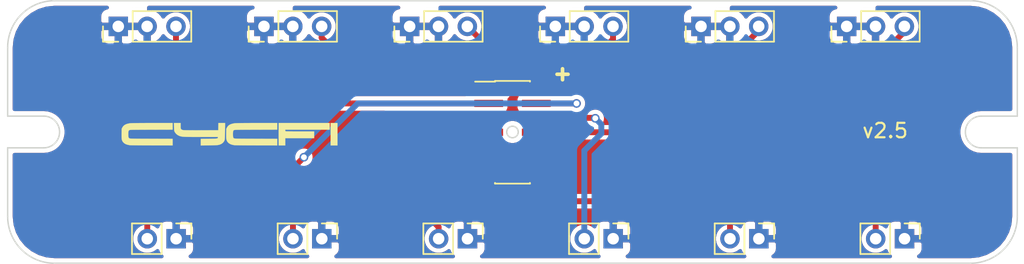
<source format=kicad_pcb>
(kicad_pcb (version 20171130) (host pcbnew "(5.1.6)-1")

  (general
    (thickness 1.6)
    (drawings 19)
    (tracks 57)
    (zones 0)
    (modules 14)
    (nets 11)
  )

  (page A4)
  (layers
    (0 F.Cu signal)
    (31 B.Cu signal)
    (32 B.Adhes user)
    (33 F.Adhes user)
    (34 B.Paste user)
    (35 F.Paste user)
    (36 B.SilkS user)
    (37 F.SilkS user)
    (38 B.Mask user)
    (39 F.Mask user)
    (40 Dwgs.User user)
    (41 Cmts.User user)
    (42 Eco1.User user)
    (43 Eco2.User user)
    (44 Edge.Cuts user)
    (45 Margin user)
    (46 B.CrtYd user)
    (47 F.CrtYd user)
    (48 B.Fab user)
    (49 F.Fab user)
  )

  (setup
    (last_trace_width 0.25)
    (user_trace_width 0.2032)
    (user_trace_width 0.4084)
    (user_trace_width 0.6)
    (trace_clearance 0.2)
    (zone_clearance 0.3)
    (zone_45_only no)
    (trace_min 0.2)
    (via_size 0.6)
    (via_drill 0.4)
    (via_min_size 0.4)
    (via_min_drill 0.3)
    (uvia_size 0.3)
    (uvia_drill 0.1)
    (uvias_allowed no)
    (uvia_min_size 0.2)
    (uvia_min_drill 0.1)
    (edge_width 0.2)
    (segment_width 0.2)
    (pcb_text_width 0.3)
    (pcb_text_size 1.5 1.5)
    (mod_edge_width 0.15)
    (mod_text_size 1 1)
    (mod_text_width 0.15)
    (pad_size 1.524 1.524)
    (pad_drill 0.762)
    (pad_to_mask_clearance 0.2)
    (aux_axis_origin 0 0)
    (visible_elements 7FFFFF7F)
    (pcbplotparams
      (layerselection 0x010f0_ffffffff)
      (usegerberextensions true)
      (usegerberattributes true)
      (usegerberadvancedattributes true)
      (creategerberjobfile true)
      (excludeedgelayer true)
      (linewidth 0.100000)
      (plotframeref false)
      (viasonmask false)
      (mode 1)
      (useauxorigin false)
      (hpglpennumber 1)
      (hpglpenspeed 20)
      (hpglpendiameter 15.000000)
      (psnegative false)
      (psa4output false)
      (plotreference true)
      (plotvalue true)
      (plotinvisibletext false)
      (padsonsilk false)
      (subtractmaskfromsilk false)
      (outputformat 1)
      (mirror false)
      (drillshape 0)
      (scaleselection 1)
      (outputdirectory "Gerber/"))
  )

  (net 0 "")
  (net 1 GND)
  (net 2 "Net-(J1-Pad2)")
  (net 3 V+)
  (net 4 "Net-(J13-Pad5)")
  (net 5 "Net-(J13-Pad6)")
  (net 6 "Net-(J11-Pad2)")
  (net 7 "Net-(J13-Pad4)")
  (net 8 "Net-(J13-Pad3)")
  (net 9 "Net-(J13-Pad9)")
  (net 10 "Net-(J13-Pad10)")

  (net_class Default "This is the default net class."
    (clearance 0.2)
    (trace_width 0.25)
    (via_dia 0.6)
    (via_drill 0.4)
    (uvia_dia 0.3)
    (uvia_drill 0.1)
    (add_net GND)
    (add_net "Net-(J1-Pad2)")
    (add_net "Net-(J11-Pad2)")
    (add_net "Net-(J13-Pad10)")
    (add_net "Net-(J13-Pad3)")
    (add_net "Net-(J13-Pad4)")
    (add_net "Net-(J13-Pad5)")
    (add_net "Net-(J13-Pad6)")
    (add_net "Net-(J13-Pad9)")
    (add_net V+)
  )

  (module Pin_Headers:Pin_Header_Straight_1x02_Pitch2.00mm (layer F.Cu) (tedit 5AA5F0D1) (tstamp 5AA5E7EA)
    (at 157.61 101.47 270)
    (descr "Through hole straight pin header, 1x02, 2.00mm pitch, single row")
    (tags "Through hole pin header THT 1x02 2.00mm single row")
    (path /5AA24F79)
    (fp_text reference J1 (at 0 -2.06 270) (layer F.SilkS) hide
      (effects (font (size 1 1) (thickness 0.15)))
    )
    (fp_text value CONN_01X02 (at 0 4.06 270) (layer F.Fab) hide
      (effects (font (size 1 1) (thickness 0.15)))
    )
    (fp_line (start 1.5 -1.5) (end -1.5 -1.5) (layer F.CrtYd) (width 0.05))
    (fp_line (start 1.5 3.5) (end 1.5 -1.5) (layer F.CrtYd) (width 0.05))
    (fp_line (start -1.5 3.5) (end 1.5 3.5) (layer F.CrtYd) (width 0.05))
    (fp_line (start -1.5 -1.5) (end -1.5 3.5) (layer F.CrtYd) (width 0.05))
    (fp_line (start -1.06 -1.06) (end 0 -1.06) (layer F.SilkS) (width 0.12))
    (fp_line (start -1.06 0) (end -1.06 -1.06) (layer F.SilkS) (width 0.12))
    (fp_line (start -1.06 1) (end 1.06 1) (layer F.SilkS) (width 0.12))
    (fp_line (start 1.06 1) (end 1.06 3.06) (layer F.SilkS) (width 0.12))
    (fp_line (start -1.06 1) (end -1.06 3.06) (layer F.SilkS) (width 0.12))
    (fp_line (start -1.06 3.06) (end 1.06 3.06) (layer F.SilkS) (width 0.12))
    (fp_line (start -1 -0.5) (end -0.5 -1) (layer F.Fab) (width 0.1))
    (fp_line (start -1 3) (end -1 -0.5) (layer F.Fab) (width 0.1))
    (fp_line (start 1 3) (end -1 3) (layer F.Fab) (width 0.1))
    (fp_line (start 1 -1) (end 1 3) (layer F.Fab) (width 0.1))
    (fp_line (start -0.5 -1) (end 1 -1) (layer F.Fab) (width 0.1))
    (fp_text user %R (at 0 1) (layer F.Fab)
      (effects (font (size 1 1) (thickness 0.15)))
    )
    (pad 1 thru_hole rect (at 0 0 270) (size 1.35 1.35) (drill 0.8) (layers *.Cu *.Mask)
      (net 1 GND))
    (pad 2 thru_hole oval (at 0 2 270) (size 1.35 1.35) (drill 0.8) (layers *.Cu *.Mask)
      (net 2 "Net-(J1-Pad2)"))
    (model ${KISYS3DMOD}/Pin_Headers.3dshapes/Pin_Header_Straight_1x02_Pitch2.00mm.wrl
      (at (xyz 0 0 0))
      (scale (xyz 1 1 1))
      (rotate (xyz 0 0 0))
    )
  )

  (module Pin_Headers:Pin_Header_Straight_1x03_Pitch2.00mm (layer F.Cu) (tedit 5AA5F023) (tstamp 5AA5E7F1)
    (at 153.6 86.75 90)
    (descr "Through hole straight pin header, 1x03, 2.00mm pitch, single row")
    (tags "Through hole pin header THT 1x03 2.00mm single row")
    (path /5AA2537C)
    (fp_text reference J2 (at 0 -2.06 90) (layer F.SilkS) hide
      (effects (font (size 1 1) (thickness 0.15)))
    )
    (fp_text value CONN_01X03 (at 3.16 2.99 180) (layer F.Fab) hide
      (effects (font (size 1 1) (thickness 0.15)))
    )
    (fp_line (start 1.5 -1.5) (end -1.5 -1.5) (layer F.CrtYd) (width 0.05))
    (fp_line (start 1.5 5.5) (end 1.5 -1.5) (layer F.CrtYd) (width 0.05))
    (fp_line (start -1.5 5.5) (end 1.5 5.5) (layer F.CrtYd) (width 0.05))
    (fp_line (start -1.5 -1.5) (end -1.5 5.5) (layer F.CrtYd) (width 0.05))
    (fp_line (start -1.06 -1.06) (end 0 -1.06) (layer F.SilkS) (width 0.12))
    (fp_line (start -1.06 0) (end -1.06 -1.06) (layer F.SilkS) (width 0.12))
    (fp_line (start -1.06 1) (end 1.06 1) (layer F.SilkS) (width 0.12))
    (fp_line (start 1.06 1) (end 1.06 5.06) (layer F.SilkS) (width 0.12))
    (fp_line (start -1.06 1) (end -1.06 5.06) (layer F.SilkS) (width 0.12))
    (fp_line (start -1.06 5.06) (end 1.06 5.06) (layer F.SilkS) (width 0.12))
    (fp_line (start -1 -0.5) (end -0.5 -1) (layer F.Fab) (width 0.1))
    (fp_line (start -1 5) (end -1 -0.5) (layer F.Fab) (width 0.1))
    (fp_line (start 1 5) (end -1 5) (layer F.Fab) (width 0.1))
    (fp_line (start 1 -1) (end 1 5) (layer F.Fab) (width 0.1))
    (fp_line (start -0.5 -1) (end 1 -1) (layer F.Fab) (width 0.1))
    (fp_text user %R (at 0 2 180) (layer F.Fab)
      (effects (font (size 1 1) (thickness 0.15)))
    )
    (pad 1 thru_hole rect (at 0 0 90) (size 1.35 1.35) (drill 0.8) (layers *.Cu *.Mask)
      (net 1 GND))
    (pad 2 thru_hole oval (at 0 2 90) (size 1.35 1.35) (drill 0.8) (layers *.Cu *.Mask)
      (net 1 GND))
    (pad 3 thru_hole oval (at 0 4 90) (size 1.35 1.35) (drill 0.8) (layers *.Cu *.Mask)
      (net 3 V+))
    (model ${KISYS3DMOD}/Pin_Headers.3dshapes/Pin_Header_Straight_1x03_Pitch2.00mm.wrl
      (at (xyz 0 0 0))
      (scale (xyz 1 1 1))
      (rotate (xyz 0 0 0))
    )
  )

  (module Pin_Headers:Pin_Header_Straight_1x02_Pitch2.00mm (layer F.Cu) (tedit 5AA5F0C1) (tstamp 5AA5E7F7)
    (at 147.51 101.47 270)
    (descr "Through hole straight pin header, 1x02, 2.00mm pitch, single row")
    (tags "Through hole pin header THT 1x02 2.00mm single row")
    (path /5AA25639)
    (fp_text reference J3 (at 0 -2.06 270) (layer F.SilkS) hide
      (effects (font (size 1 1) (thickness 0.15)))
    )
    (fp_text value CONN_01X02 (at 0 4.06 270) (layer F.Fab) hide
      (effects (font (size 1 1) (thickness 0.15)))
    )
    (fp_line (start 1.5 -1.5) (end -1.5 -1.5) (layer F.CrtYd) (width 0.05))
    (fp_line (start 1.5 3.5) (end 1.5 -1.5) (layer F.CrtYd) (width 0.05))
    (fp_line (start -1.5 3.5) (end 1.5 3.5) (layer F.CrtYd) (width 0.05))
    (fp_line (start -1.5 -1.5) (end -1.5 3.5) (layer F.CrtYd) (width 0.05))
    (fp_line (start -1.06 -1.06) (end 0 -1.06) (layer F.SilkS) (width 0.12))
    (fp_line (start -1.06 0) (end -1.06 -1.06) (layer F.SilkS) (width 0.12))
    (fp_line (start -1.06 1) (end 1.06 1) (layer F.SilkS) (width 0.12))
    (fp_line (start 1.06 1) (end 1.06 3.06) (layer F.SilkS) (width 0.12))
    (fp_line (start -1.06 1) (end -1.06 3.06) (layer F.SilkS) (width 0.12))
    (fp_line (start -1.06 3.06) (end 1.06 3.06) (layer F.SilkS) (width 0.12))
    (fp_line (start -1 -0.5) (end -0.5 -1) (layer F.Fab) (width 0.1))
    (fp_line (start -1 3) (end -1 -0.5) (layer F.Fab) (width 0.1))
    (fp_line (start 1 3) (end -1 3) (layer F.Fab) (width 0.1))
    (fp_line (start 1 -1) (end 1 3) (layer F.Fab) (width 0.1))
    (fp_line (start -0.5 -1) (end 1 -1) (layer F.Fab) (width 0.1))
    (fp_text user %R (at 0 1) (layer F.Fab)
      (effects (font (size 1 1) (thickness 0.15)))
    )
    (pad 1 thru_hole rect (at 0 0 270) (size 1.35 1.35) (drill 0.8) (layers *.Cu *.Mask)
      (net 1 GND))
    (pad 2 thru_hole oval (at 0 2 270) (size 1.35 1.35) (drill 0.8) (layers *.Cu *.Mask)
      (net 5 "Net-(J13-Pad6)"))
    (model ${KISYS3DMOD}/Pin_Headers.3dshapes/Pin_Header_Straight_1x02_Pitch2.00mm.wrl
      (at (xyz 0 0 0))
      (scale (xyz 1 1 1))
      (rotate (xyz 0 0 0))
    )
  )

  (module Pin_Headers:Pin_Header_Straight_1x03_Pitch2.00mm (layer F.Cu) (tedit 5AA5F033) (tstamp 5AA5E7FE)
    (at 143.5 86.75 90)
    (descr "Through hole straight pin header, 1x03, 2.00mm pitch, single row")
    (tags "Through hole pin header THT 1x03 2.00mm single row")
    (path /5AA2563F)
    (fp_text reference J4 (at 0 -2.06 90) (layer F.SilkS) hide
      (effects (font (size 1 1) (thickness 0.15)))
    )
    (fp_text value CONN_01X03 (at 0 6.06 90) (layer F.Fab) hide
      (effects (font (size 1 1) (thickness 0.15)))
    )
    (fp_line (start 1.5 -1.5) (end -1.5 -1.5) (layer F.CrtYd) (width 0.05))
    (fp_line (start 1.5 5.5) (end 1.5 -1.5) (layer F.CrtYd) (width 0.05))
    (fp_line (start -1.5 5.5) (end 1.5 5.5) (layer F.CrtYd) (width 0.05))
    (fp_line (start -1.5 -1.5) (end -1.5 5.5) (layer F.CrtYd) (width 0.05))
    (fp_line (start -1.06 -1.06) (end 0 -1.06) (layer F.SilkS) (width 0.12))
    (fp_line (start -1.06 0) (end -1.06 -1.06) (layer F.SilkS) (width 0.12))
    (fp_line (start -1.06 1) (end 1.06 1) (layer F.SilkS) (width 0.12))
    (fp_line (start 1.06 1) (end 1.06 5.06) (layer F.SilkS) (width 0.12))
    (fp_line (start -1.06 1) (end -1.06 5.06) (layer F.SilkS) (width 0.12))
    (fp_line (start -1.06 5.06) (end 1.06 5.06) (layer F.SilkS) (width 0.12))
    (fp_line (start -1 -0.5) (end -0.5 -1) (layer F.Fab) (width 0.1))
    (fp_line (start -1 5) (end -1 -0.5) (layer F.Fab) (width 0.1))
    (fp_line (start 1 5) (end -1 5) (layer F.Fab) (width 0.1))
    (fp_line (start 1 -1) (end 1 5) (layer F.Fab) (width 0.1))
    (fp_line (start -0.5 -1) (end 1 -1) (layer F.Fab) (width 0.1))
    (fp_text user %R (at 0 2 180) (layer F.Fab)
      (effects (font (size 1 1) (thickness 0.15)))
    )
    (pad 1 thru_hole rect (at 0 0 90) (size 1.35 1.35) (drill 0.8) (layers *.Cu *.Mask)
      (net 1 GND))
    (pad 2 thru_hole oval (at 0 2 90) (size 1.35 1.35) (drill 0.8) (layers *.Cu *.Mask)
      (net 1 GND))
    (pad 3 thru_hole oval (at 0 4 90) (size 1.35 1.35) (drill 0.8) (layers *.Cu *.Mask)
      (net 3 V+))
    (model ${KISYS3DMOD}/Pin_Headers.3dshapes/Pin_Header_Straight_1x03_Pitch2.00mm.wrl
      (at (xyz 0 0 0))
      (scale (xyz 1 1 1))
      (rotate (xyz 0 0 0))
    )
  )

  (module Pin_Headers:Pin_Header_Straight_1x02_Pitch2.00mm (layer F.Cu) (tedit 5AA5F0B2) (tstamp 5AA5E804)
    (at 137.41 101.47 270)
    (descr "Through hole straight pin header, 1x02, 2.00mm pitch, single row")
    (tags "Through hole pin header THT 1x02 2.00mm single row")
    (path /5AA25CA9)
    (fp_text reference J5 (at 0 -2.06 270) (layer F.SilkS) hide
      (effects (font (size 1 1) (thickness 0.15)))
    )
    (fp_text value CONN_01X02 (at 0 4.06 270) (layer F.Fab) hide
      (effects (font (size 1 1) (thickness 0.15)))
    )
    (fp_line (start 1.5 -1.5) (end -1.5 -1.5) (layer F.CrtYd) (width 0.05))
    (fp_line (start 1.5 3.5) (end 1.5 -1.5) (layer F.CrtYd) (width 0.05))
    (fp_line (start -1.5 3.5) (end 1.5 3.5) (layer F.CrtYd) (width 0.05))
    (fp_line (start -1.5 -1.5) (end -1.5 3.5) (layer F.CrtYd) (width 0.05))
    (fp_line (start -1.06 -1.06) (end 0 -1.06) (layer F.SilkS) (width 0.12))
    (fp_line (start -1.06 0) (end -1.06 -1.06) (layer F.SilkS) (width 0.12))
    (fp_line (start -1.06 1) (end 1.06 1) (layer F.SilkS) (width 0.12))
    (fp_line (start 1.06 1) (end 1.06 3.06) (layer F.SilkS) (width 0.12))
    (fp_line (start -1.06 1) (end -1.06 3.06) (layer F.SilkS) (width 0.12))
    (fp_line (start -1.06 3.06) (end 1.06 3.06) (layer F.SilkS) (width 0.12))
    (fp_line (start -1 -0.5) (end -0.5 -1) (layer F.Fab) (width 0.1))
    (fp_line (start -1 3) (end -1 -0.5) (layer F.Fab) (width 0.1))
    (fp_line (start 1 3) (end -1 3) (layer F.Fab) (width 0.1))
    (fp_line (start 1 -1) (end 1 3) (layer F.Fab) (width 0.1))
    (fp_line (start -0.5 -1) (end 1 -1) (layer F.Fab) (width 0.1))
    (fp_text user %R (at 0 1) (layer F.Fab)
      (effects (font (size 1 1) (thickness 0.15)))
    )
    (pad 1 thru_hole rect (at 0 0 270) (size 1.35 1.35) (drill 0.8) (layers *.Cu *.Mask)
      (net 1 GND))
    (pad 2 thru_hole oval (at 0 2 270) (size 1.35 1.35) (drill 0.8) (layers *.Cu *.Mask)
      (net 4 "Net-(J13-Pad5)"))
    (model ${KISYS3DMOD}/Pin_Headers.3dshapes/Pin_Header_Straight_1x02_Pitch2.00mm.wrl
      (at (xyz 0 0 0))
      (scale (xyz 1 1 1))
      (rotate (xyz 0 0 0))
    )
  )

  (module Pin_Headers:Pin_Header_Straight_1x03_Pitch2.00mm (layer F.Cu) (tedit 5AA5F04B) (tstamp 5AA5E80B)
    (at 133.4 86.75 90)
    (descr "Through hole straight pin header, 1x03, 2.00mm pitch, single row")
    (tags "Through hole pin header THT 1x03 2.00mm single row")
    (path /5AA25CAF)
    (fp_text reference J6 (at 0 -2.06 90) (layer F.SilkS) hide
      (effects (font (size 1 1) (thickness 0.15)))
    )
    (fp_text value CONN_01X03 (at 0 6.06 90) (layer F.Fab) hide
      (effects (font (size 1 1) (thickness 0.15)))
    )
    (fp_line (start 1.5 -1.5) (end -1.5 -1.5) (layer F.CrtYd) (width 0.05))
    (fp_line (start 1.5 5.5) (end 1.5 -1.5) (layer F.CrtYd) (width 0.05))
    (fp_line (start -1.5 5.5) (end 1.5 5.5) (layer F.CrtYd) (width 0.05))
    (fp_line (start -1.5 -1.5) (end -1.5 5.5) (layer F.CrtYd) (width 0.05))
    (fp_line (start -1.06 -1.06) (end 0 -1.06) (layer F.SilkS) (width 0.12))
    (fp_line (start -1.06 0) (end -1.06 -1.06) (layer F.SilkS) (width 0.12))
    (fp_line (start -1.06 1) (end 1.06 1) (layer F.SilkS) (width 0.12))
    (fp_line (start 1.06 1) (end 1.06 5.06) (layer F.SilkS) (width 0.12))
    (fp_line (start -1.06 1) (end -1.06 5.06) (layer F.SilkS) (width 0.12))
    (fp_line (start -1.06 5.06) (end 1.06 5.06) (layer F.SilkS) (width 0.12))
    (fp_line (start -1 -0.5) (end -0.5 -1) (layer F.Fab) (width 0.1))
    (fp_line (start -1 5) (end -1 -0.5) (layer F.Fab) (width 0.1))
    (fp_line (start 1 5) (end -1 5) (layer F.Fab) (width 0.1))
    (fp_line (start 1 -1) (end 1 5) (layer F.Fab) (width 0.1))
    (fp_line (start -0.5 -1) (end 1 -1) (layer F.Fab) (width 0.1))
    (fp_text user %R (at 0 2 180) (layer F.Fab)
      (effects (font (size 1 1) (thickness 0.15)))
    )
    (pad 1 thru_hole rect (at 0 0 90) (size 1.35 1.35) (drill 0.8) (layers *.Cu *.Mask)
      (net 1 GND))
    (pad 2 thru_hole oval (at 0 2 90) (size 1.35 1.35) (drill 0.8) (layers *.Cu *.Mask)
      (net 1 GND))
    (pad 3 thru_hole oval (at 0 4 90) (size 1.35 1.35) (drill 0.8) (layers *.Cu *.Mask)
      (net 3 V+))
    (model ${KISYS3DMOD}/Pin_Headers.3dshapes/Pin_Header_Straight_1x03_Pitch2.00mm.wrl
      (at (xyz 0 0 0))
      (scale (xyz 1 1 1))
      (rotate (xyz 0 0 0))
    )
  )

  (module Pin_Headers:Pin_Header_Straight_1x02_Pitch2.00mm (layer F.Cu) (tedit 5AA5F0A6) (tstamp 5AA5E811)
    (at 127.31 101.47 270)
    (descr "Through hole straight pin header, 1x02, 2.00mm pitch, single row")
    (tags "Through hole pin header THT 1x02 2.00mm single row")
    (path /5AA25CB5)
    (fp_text reference J7 (at 0 -2.06 270) (layer F.SilkS) hide
      (effects (font (size 1 1) (thickness 0.15)))
    )
    (fp_text value CONN_01X02 (at 0 4.06 270) (layer F.Fab) hide
      (effects (font (size 1 1) (thickness 0.15)))
    )
    (fp_line (start 1.5 -1.5) (end -1.5 -1.5) (layer F.CrtYd) (width 0.05))
    (fp_line (start 1.5 3.5) (end 1.5 -1.5) (layer F.CrtYd) (width 0.05))
    (fp_line (start -1.5 3.5) (end 1.5 3.5) (layer F.CrtYd) (width 0.05))
    (fp_line (start -1.5 -1.5) (end -1.5 3.5) (layer F.CrtYd) (width 0.05))
    (fp_line (start -1.06 -1.06) (end 0 -1.06) (layer F.SilkS) (width 0.12))
    (fp_line (start -1.06 0) (end -1.06 -1.06) (layer F.SilkS) (width 0.12))
    (fp_line (start -1.06 1) (end 1.06 1) (layer F.SilkS) (width 0.12))
    (fp_line (start 1.06 1) (end 1.06 3.06) (layer F.SilkS) (width 0.12))
    (fp_line (start -1.06 1) (end -1.06 3.06) (layer F.SilkS) (width 0.12))
    (fp_line (start -1.06 3.06) (end 1.06 3.06) (layer F.SilkS) (width 0.12))
    (fp_line (start -1 -0.5) (end -0.5 -1) (layer F.Fab) (width 0.1))
    (fp_line (start -1 3) (end -1 -0.5) (layer F.Fab) (width 0.1))
    (fp_line (start 1 3) (end -1 3) (layer F.Fab) (width 0.1))
    (fp_line (start 1 -1) (end 1 3) (layer F.Fab) (width 0.1))
    (fp_line (start -0.5 -1) (end 1 -1) (layer F.Fab) (width 0.1))
    (fp_text user %R (at 0 1) (layer F.Fab)
      (effects (font (size 1 1) (thickness 0.15)))
    )
    (pad 1 thru_hole rect (at 0 0 270) (size 1.35 1.35) (drill 0.8) (layers *.Cu *.Mask)
      (net 1 GND))
    (pad 2 thru_hole oval (at 0 2 270) (size 1.35 1.35) (drill 0.8) (layers *.Cu *.Mask)
      (net 7 "Net-(J13-Pad4)"))
    (model ${KISYS3DMOD}/Pin_Headers.3dshapes/Pin_Header_Straight_1x02_Pitch2.00mm.wrl
      (at (xyz 0 0 0))
      (scale (xyz 1 1 1))
      (rotate (xyz 0 0 0))
    )
  )

  (module Pin_Headers:Pin_Header_Straight_1x03_Pitch2.00mm (layer F.Cu) (tedit 5AA5F059) (tstamp 5AA5E818)
    (at 123.3 86.75 90)
    (descr "Through hole straight pin header, 1x03, 2.00mm pitch, single row")
    (tags "Through hole pin header THT 1x03 2.00mm single row")
    (path /5AA25CBB)
    (fp_text reference J8 (at 0 -2.06 90) (layer F.SilkS) hide
      (effects (font (size 1 1) (thickness 0.15)))
    )
    (fp_text value CONN_01X03 (at 0 6.06 90) (layer F.Fab) hide
      (effects (font (size 1 1) (thickness 0.15)))
    )
    (fp_line (start 1.5 -1.5) (end -1.5 -1.5) (layer F.CrtYd) (width 0.05))
    (fp_line (start 1.5 5.5) (end 1.5 -1.5) (layer F.CrtYd) (width 0.05))
    (fp_line (start -1.5 5.5) (end 1.5 5.5) (layer F.CrtYd) (width 0.05))
    (fp_line (start -1.5 -1.5) (end -1.5 5.5) (layer F.CrtYd) (width 0.05))
    (fp_line (start -1.06 -1.06) (end 0 -1.06) (layer F.SilkS) (width 0.12))
    (fp_line (start -1.06 0) (end -1.06 -1.06) (layer F.SilkS) (width 0.12))
    (fp_line (start -1.06 1) (end 1.06 1) (layer F.SilkS) (width 0.12))
    (fp_line (start 1.06 1) (end 1.06 5.06) (layer F.SilkS) (width 0.12))
    (fp_line (start -1.06 1) (end -1.06 5.06) (layer F.SilkS) (width 0.12))
    (fp_line (start -1.06 5.06) (end 1.06 5.06) (layer F.SilkS) (width 0.12))
    (fp_line (start -1 -0.5) (end -0.5 -1) (layer F.Fab) (width 0.1))
    (fp_line (start -1 5) (end -1 -0.5) (layer F.Fab) (width 0.1))
    (fp_line (start 1 5) (end -1 5) (layer F.Fab) (width 0.1))
    (fp_line (start 1 -1) (end 1 5) (layer F.Fab) (width 0.1))
    (fp_line (start -0.5 -1) (end 1 -1) (layer F.Fab) (width 0.1))
    (fp_text user %R (at 0 2 180) (layer F.Fab)
      (effects (font (size 1 1) (thickness 0.15)))
    )
    (pad 1 thru_hole rect (at 0 0 90) (size 1.35 1.35) (drill 0.8) (layers *.Cu *.Mask)
      (net 1 GND))
    (pad 2 thru_hole oval (at 0 2 90) (size 1.35 1.35) (drill 0.8) (layers *.Cu *.Mask)
      (net 1 GND))
    (pad 3 thru_hole oval (at 0 4 90) (size 1.35 1.35) (drill 0.8) (layers *.Cu *.Mask)
      (net 3 V+))
    (model ${KISYS3DMOD}/Pin_Headers.3dshapes/Pin_Header_Straight_1x03_Pitch2.00mm.wrl
      (at (xyz 0 0 0))
      (scale (xyz 1 1 1))
      (rotate (xyz 0 0 0))
    )
  )

  (module Pin_Headers:Pin_Header_Straight_1x02_Pitch2.00mm (layer F.Cu) (tedit 5AA5F098) (tstamp 5AA5E81E)
    (at 117.21 101.47 270)
    (descr "Through hole straight pin header, 1x02, 2.00mm pitch, single row")
    (tags "Through hole pin header THT 1x02 2.00mm single row")
    (path /5AA66B7D)
    (fp_text reference J9 (at 0 -2.06 270) (layer F.SilkS) hide
      (effects (font (size 1 1) (thickness 0.15)))
    )
    (fp_text value CONN_01X02 (at 0 4.06 270) (layer F.Fab) hide
      (effects (font (size 1 1) (thickness 0.15)))
    )
    (fp_line (start 1.5 -1.5) (end -1.5 -1.5) (layer F.CrtYd) (width 0.05))
    (fp_line (start 1.5 3.5) (end 1.5 -1.5) (layer F.CrtYd) (width 0.05))
    (fp_line (start -1.5 3.5) (end 1.5 3.5) (layer F.CrtYd) (width 0.05))
    (fp_line (start -1.5 -1.5) (end -1.5 3.5) (layer F.CrtYd) (width 0.05))
    (fp_line (start -1.06 -1.06) (end 0 -1.06) (layer F.SilkS) (width 0.12))
    (fp_line (start -1.06 0) (end -1.06 -1.06) (layer F.SilkS) (width 0.12))
    (fp_line (start -1.06 1) (end 1.06 1) (layer F.SilkS) (width 0.12))
    (fp_line (start 1.06 1) (end 1.06 3.06) (layer F.SilkS) (width 0.12))
    (fp_line (start -1.06 1) (end -1.06 3.06) (layer F.SilkS) (width 0.12))
    (fp_line (start -1.06 3.06) (end 1.06 3.06) (layer F.SilkS) (width 0.12))
    (fp_line (start -1 -0.5) (end -0.5 -1) (layer F.Fab) (width 0.1))
    (fp_line (start -1 3) (end -1 -0.5) (layer F.Fab) (width 0.1))
    (fp_line (start 1 3) (end -1 3) (layer F.Fab) (width 0.1))
    (fp_line (start 1 -1) (end 1 3) (layer F.Fab) (width 0.1))
    (fp_line (start -0.5 -1) (end 1 -1) (layer F.Fab) (width 0.1))
    (fp_text user %R (at 0 1) (layer F.Fab)
      (effects (font (size 1 1) (thickness 0.15)))
    )
    (pad 1 thru_hole rect (at 0 0 270) (size 1.35 1.35) (drill 0.8) (layers *.Cu *.Mask)
      (net 1 GND))
    (pad 2 thru_hole oval (at 0 2 270) (size 1.35 1.35) (drill 0.8) (layers *.Cu *.Mask)
      (net 8 "Net-(J13-Pad3)"))
    (model ${KISYS3DMOD}/Pin_Headers.3dshapes/Pin_Header_Straight_1x02_Pitch2.00mm.wrl
      (at (xyz 0 0 0))
      (scale (xyz 1 1 1))
      (rotate (xyz 0 0 0))
    )
  )

  (module Pin_Headers:Pin_Header_Straight_1x03_Pitch2.00mm (layer F.Cu) (tedit 5AA5F064) (tstamp 5AA5E825)
    (at 113.2 86.75 90)
    (descr "Through hole straight pin header, 1x03, 2.00mm pitch, single row")
    (tags "Through hole pin header THT 1x03 2.00mm single row")
    (path /5AA66D73)
    (fp_text reference J10 (at 0 -2.06 90) (layer F.SilkS) hide
      (effects (font (size 1 1) (thickness 0.15)))
    )
    (fp_text value CONN_01X03 (at 0 6.06 90) (layer F.Fab) hide
      (effects (font (size 1 1) (thickness 0.15)))
    )
    (fp_line (start 1.5 -1.5) (end -1.5 -1.5) (layer F.CrtYd) (width 0.05))
    (fp_line (start 1.5 5.5) (end 1.5 -1.5) (layer F.CrtYd) (width 0.05))
    (fp_line (start -1.5 5.5) (end 1.5 5.5) (layer F.CrtYd) (width 0.05))
    (fp_line (start -1.5 -1.5) (end -1.5 5.5) (layer F.CrtYd) (width 0.05))
    (fp_line (start -1.06 -1.06) (end 0 -1.06) (layer F.SilkS) (width 0.12))
    (fp_line (start -1.06 0) (end -1.06 -1.06) (layer F.SilkS) (width 0.12))
    (fp_line (start -1.06 1) (end 1.06 1) (layer F.SilkS) (width 0.12))
    (fp_line (start 1.06 1) (end 1.06 5.06) (layer F.SilkS) (width 0.12))
    (fp_line (start -1.06 1) (end -1.06 5.06) (layer F.SilkS) (width 0.12))
    (fp_line (start -1.06 5.06) (end 1.06 5.06) (layer F.SilkS) (width 0.12))
    (fp_line (start -1 -0.5) (end -0.5 -1) (layer F.Fab) (width 0.1))
    (fp_line (start -1 5) (end -1 -0.5) (layer F.Fab) (width 0.1))
    (fp_line (start 1 5) (end -1 5) (layer F.Fab) (width 0.1))
    (fp_line (start 1 -1) (end 1 5) (layer F.Fab) (width 0.1))
    (fp_line (start -0.5 -1) (end 1 -1) (layer F.Fab) (width 0.1))
    (fp_text user %R (at 0 2 180) (layer F.Fab)
      (effects (font (size 1 1) (thickness 0.15)))
    )
    (pad 1 thru_hole rect (at 0 0 90) (size 1.35 1.35) (drill 0.8) (layers *.Cu *.Mask)
      (net 1 GND))
    (pad 2 thru_hole oval (at 0 2 90) (size 1.35 1.35) (drill 0.8) (layers *.Cu *.Mask)
      (net 1 GND))
    (pad 3 thru_hole oval (at 0 4 90) (size 1.35 1.35) (drill 0.8) (layers *.Cu *.Mask)
      (net 3 V+))
    (model ${KISYS3DMOD}/Pin_Headers.3dshapes/Pin_Header_Straight_1x03_Pitch2.00mm.wrl
      (at (xyz 0 0 0))
      (scale (xyz 1 1 1))
      (rotate (xyz 0 0 0))
    )
  )

  (module Pin_Headers:Pin_Header_Straight_1x02_Pitch2.00mm (layer F.Cu) (tedit 5AA5EFF5) (tstamp 5AA5E82B)
    (at 167.71 101.47 270)
    (descr "Through hole straight pin header, 1x02, 2.00mm pitch, single row")
    (tags "Through hole pin header THT 1x02 2.00mm single row")
    (path /5AA25DFB)
    (fp_text reference J11 (at -0.06 -2.83) (layer F.SilkS) hide
      (effects (font (size 1 1) (thickness 0.15)))
    )
    (fp_text value CONN_01X02 (at -2.4 -1.09) (layer F.Fab) hide
      (effects (font (size 1 1) (thickness 0.15)))
    )
    (fp_line (start 1.5 -1.5) (end -1.5 -1.5) (layer F.CrtYd) (width 0.05))
    (fp_line (start 1.5 3.5) (end 1.5 -1.5) (layer F.CrtYd) (width 0.05))
    (fp_line (start -1.5 3.5) (end 1.5 3.5) (layer F.CrtYd) (width 0.05))
    (fp_line (start -1.5 -1.5) (end -1.5 3.5) (layer F.CrtYd) (width 0.05))
    (fp_line (start -1.06 -1.06) (end 0 -1.06) (layer F.SilkS) (width 0.12))
    (fp_line (start -1.06 0) (end -1.06 -1.06) (layer F.SilkS) (width 0.12))
    (fp_line (start -1.06 1) (end 1.06 1) (layer F.SilkS) (width 0.12))
    (fp_line (start 1.06 1) (end 1.06 3.06) (layer F.SilkS) (width 0.12))
    (fp_line (start -1.06 1) (end -1.06 3.06) (layer F.SilkS) (width 0.12))
    (fp_line (start -1.06 3.06) (end 1.06 3.06) (layer F.SilkS) (width 0.12))
    (fp_line (start -1 -0.5) (end -0.5 -1) (layer F.Fab) (width 0.1))
    (fp_line (start -1 3) (end -1 -0.5) (layer F.Fab) (width 0.1))
    (fp_line (start 1 3) (end -1 3) (layer F.Fab) (width 0.1))
    (fp_line (start 1 -1) (end 1 3) (layer F.Fab) (width 0.1))
    (fp_line (start -0.5 -1) (end 1 -1) (layer F.Fab) (width 0.1))
    (fp_text user %R (at 0 1) (layer F.Fab)
      (effects (font (size 1 1) (thickness 0.15)))
    )
    (pad 1 thru_hole rect (at 0 0 270) (size 1.35 1.35) (drill 0.8) (layers *.Cu *.Mask)
      (net 1 GND))
    (pad 2 thru_hole oval (at 0 2 270) (size 1.35 1.35) (drill 0.8) (layers *.Cu *.Mask)
      (net 6 "Net-(J11-Pad2)"))
    (model ${KISYS3DMOD}/Pin_Headers.3dshapes/Pin_Header_Straight_1x02_Pitch2.00mm.wrl
      (at (xyz 0 0 0))
      (scale (xyz 1 1 1))
      (rotate (xyz 0 0 0))
    )
  )

  (module Pin_Headers:Pin_Header_Straight_1x03_Pitch2.00mm (layer F.Cu) (tedit 5AA5F004) (tstamp 5AA5E832)
    (at 163.7 86.75 90)
    (descr "Through hole straight pin header, 1x03, 2.00mm pitch, single row")
    (tags "Through hole pin header THT 1x03 2.00mm single row")
    (path /5AA25E01)
    (fp_text reference J12 (at 0 -2.06 90) (layer F.SilkS) hide
      (effects (font (size 1 1) (thickness 0.15)))
    )
    (fp_text value CONN_01X03 (at -2.35 3.3 180) (layer F.Fab) hide
      (effects (font (size 1 1) (thickness 0.15)))
    )
    (fp_line (start 1.5 -1.5) (end -1.5 -1.5) (layer F.CrtYd) (width 0.05))
    (fp_line (start 1.5 5.5) (end 1.5 -1.5) (layer F.CrtYd) (width 0.05))
    (fp_line (start -1.5 5.5) (end 1.5 5.5) (layer F.CrtYd) (width 0.05))
    (fp_line (start -1.5 -1.5) (end -1.5 5.5) (layer F.CrtYd) (width 0.05))
    (fp_line (start -1.06 -1.06) (end 0 -1.06) (layer F.SilkS) (width 0.12))
    (fp_line (start -1.06 0) (end -1.06 -1.06) (layer F.SilkS) (width 0.12))
    (fp_line (start -1.06 1) (end 1.06 1) (layer F.SilkS) (width 0.12))
    (fp_line (start 1.06 1) (end 1.06 5.06) (layer F.SilkS) (width 0.12))
    (fp_line (start -1.06 1) (end -1.06 5.06) (layer F.SilkS) (width 0.12))
    (fp_line (start -1.06 5.06) (end 1.06 5.06) (layer F.SilkS) (width 0.12))
    (fp_line (start -1 -0.5) (end -0.5 -1) (layer F.Fab) (width 0.1))
    (fp_line (start -1 5) (end -1 -0.5) (layer F.Fab) (width 0.1))
    (fp_line (start 1 5) (end -1 5) (layer F.Fab) (width 0.1))
    (fp_line (start 1 -1) (end 1 5) (layer F.Fab) (width 0.1))
    (fp_line (start -0.5 -1) (end 1 -1) (layer F.Fab) (width 0.1))
    (fp_text user %R (at 0 2 180) (layer F.Fab)
      (effects (font (size 1 1) (thickness 0.15)))
    )
    (pad 1 thru_hole rect (at 0 0 90) (size 1.35 1.35) (drill 0.8) (layers *.Cu *.Mask)
      (net 1 GND))
    (pad 2 thru_hole oval (at 0 2 90) (size 1.35 1.35) (drill 0.8) (layers *.Cu *.Mask)
      (net 1 GND))
    (pad 3 thru_hole oval (at 0 4 90) (size 1.35 1.35) (drill 0.8) (layers *.Cu *.Mask)
      (net 3 V+))
    (model ${KISYS3DMOD}/Pin_Headers.3dshapes/Pin_Header_Straight_1x03_Pitch2.00mm.wrl
      (at (xyz 0 0 0))
      (scale (xyz 1 1 1))
      (rotate (xyz 0 0 0))
    )
  )

  (module Pin_Headers:Pin_Header_Straight_2x07_Pitch1.00mm_SMD (layer F.Cu) (tedit 5AC43A8E) (tstamp 5AC43B4A)
    (at 140.53 94.09)
    (descr "surface-mounted straight pin header, 2x07, 1.00mm pitch, double rows")
    (tags "Surface mounted pin header SMD 2x07 1.00mm double row")
    (path /5AA25EDC)
    (attr smd)
    (fp_text reference J13 (at 0 -4.56) (layer F.SilkS) hide
      (effects (font (size 1 1) (thickness 0.15)))
    )
    (fp_text value CONN_01X14 (at 0 4.56) (layer F.Fab) hide
      (effects (font (size 1 1) (thickness 0.15)))
    )
    (fp_line (start 3.65 -4) (end -3.65 -4) (layer F.CrtYd) (width 0.05))
    (fp_line (start 3.65 4) (end 3.65 -4) (layer F.CrtYd) (width 0.05))
    (fp_line (start -3.65 4) (end 3.65 4) (layer F.CrtYd) (width 0.05))
    (fp_line (start -3.65 -4) (end -3.65 4) (layer F.CrtYd) (width 0.05))
    (fp_line (start 1.21 3.51) (end 1.21 3.56) (layer F.SilkS) (width 0.12))
    (fp_line (start -1.21 3.51) (end -1.21 3.56) (layer F.SilkS) (width 0.12))
    (fp_line (start 1.21 -3.56) (end 1.21 -3.51) (layer F.SilkS) (width 0.12))
    (fp_line (start -1.21 -3.56) (end -1.21 -3.51) (layer F.SilkS) (width 0.12))
    (fp_line (start -2.59 -3.51) (end -1.21 -3.51) (layer F.SilkS) (width 0.12))
    (fp_line (start -1.21 3.56) (end 1.21 3.56) (layer F.SilkS) (width 0.12))
    (fp_line (start -1.21 -3.56) (end 1.21 -3.56) (layer F.SilkS) (width 0.12))
    (fp_line (start 2.4 3.15) (end 1.15 3.15) (layer F.Fab) (width 0.1))
    (fp_line (start 2.4 2.85) (end 2.4 3.15) (layer F.Fab) (width 0.1))
    (fp_line (start 1.15 2.85) (end 2.4 2.85) (layer F.Fab) (width 0.1))
    (fp_line (start -2.4 3.15) (end -1.15 3.15) (layer F.Fab) (width 0.1))
    (fp_line (start -2.4 2.85) (end -2.4 3.15) (layer F.Fab) (width 0.1))
    (fp_line (start -1.15 2.85) (end -2.4 2.85) (layer F.Fab) (width 0.1))
    (fp_line (start 2.4 2.15) (end 1.15 2.15) (layer F.Fab) (width 0.1))
    (fp_line (start 2.4 1.85) (end 2.4 2.15) (layer F.Fab) (width 0.1))
    (fp_line (start 1.15 1.85) (end 2.4 1.85) (layer F.Fab) (width 0.1))
    (fp_line (start -2.4 2.15) (end -1.15 2.15) (layer F.Fab) (width 0.1))
    (fp_line (start -2.4 1.85) (end -2.4 2.15) (layer F.Fab) (width 0.1))
    (fp_line (start -1.15 1.85) (end -2.4 1.85) (layer F.Fab) (width 0.1))
    (fp_line (start 2.4 1.15) (end 1.15 1.15) (layer F.Fab) (width 0.1))
    (fp_line (start 2.4 0.85) (end 2.4 1.15) (layer F.Fab) (width 0.1))
    (fp_line (start 1.15 0.85) (end 2.4 0.85) (layer F.Fab) (width 0.1))
    (fp_line (start -2.4 1.15) (end -1.15 1.15) (layer F.Fab) (width 0.1))
    (fp_line (start -2.4 0.85) (end -2.4 1.15) (layer F.Fab) (width 0.1))
    (fp_line (start -1.15 0.85) (end -2.4 0.85) (layer F.Fab) (width 0.1))
    (fp_line (start 2.4 0.15) (end 1.15 0.15) (layer F.Fab) (width 0.1))
    (fp_line (start 2.4 -0.15) (end 2.4 0.15) (layer F.Fab) (width 0.1))
    (fp_line (start 1.15 -0.15) (end 2.4 -0.15) (layer F.Fab) (width 0.1))
    (fp_line (start -2.4 0.15) (end -1.15 0.15) (layer F.Fab) (width 0.1))
    (fp_line (start -2.4 -0.15) (end -2.4 0.15) (layer F.Fab) (width 0.1))
    (fp_line (start -1.15 -0.15) (end -2.4 -0.15) (layer F.Fab) (width 0.1))
    (fp_line (start 2.4 -0.85) (end 1.15 -0.85) (layer F.Fab) (width 0.1))
    (fp_line (start 2.4 -1.15) (end 2.4 -0.85) (layer F.Fab) (width 0.1))
    (fp_line (start 1.15 -1.15) (end 2.4 -1.15) (layer F.Fab) (width 0.1))
    (fp_line (start -2.4 -0.85) (end -1.15 -0.85) (layer F.Fab) (width 0.1))
    (fp_line (start -2.4 -1.15) (end -2.4 -0.85) (layer F.Fab) (width 0.1))
    (fp_line (start -1.15 -1.15) (end -2.4 -1.15) (layer F.Fab) (width 0.1))
    (fp_line (start 2.4 -1.85) (end 1.15 -1.85) (layer F.Fab) (width 0.1))
    (fp_line (start 2.4 -2.15) (end 2.4 -1.85) (layer F.Fab) (width 0.1))
    (fp_line (start 1.15 -2.15) (end 2.4 -2.15) (layer F.Fab) (width 0.1))
    (fp_line (start -2.4 -1.85) (end -1.15 -1.85) (layer F.Fab) (width 0.1))
    (fp_line (start -2.4 -2.15) (end -2.4 -1.85) (layer F.Fab) (width 0.1))
    (fp_line (start -1.15 -2.15) (end -2.4 -2.15) (layer F.Fab) (width 0.1))
    (fp_line (start 2.4 -2.85) (end 1.15 -2.85) (layer F.Fab) (width 0.1))
    (fp_line (start 2.4 -3.15) (end 2.4 -2.85) (layer F.Fab) (width 0.1))
    (fp_line (start 1.15 -3.15) (end 2.4 -3.15) (layer F.Fab) (width 0.1))
    (fp_line (start -2.4 -2.85) (end -1.15 -2.85) (layer F.Fab) (width 0.1))
    (fp_line (start -2.4 -3.15) (end -2.4 -2.85) (layer F.Fab) (width 0.1))
    (fp_line (start -1.15 -3.15) (end -2.4 -3.15) (layer F.Fab) (width 0.1))
    (fp_line (start 1.15 -3.5) (end 1.15 3.5) (layer F.Fab) (width 0.1))
    (fp_line (start -1.15 -3.15) (end -0.8 -3.5) (layer F.Fab) (width 0.1))
    (fp_line (start -1.15 3.5) (end -1.15 -3.15) (layer F.Fab) (width 0.1))
    (fp_line (start -0.8 -3.5) (end 1.15 -3.5) (layer F.Fab) (width 0.1))
    (fp_line (start 1.15 3.5) (end -1.15 3.5) (layer F.Fab) (width 0.1))
    (fp_text user %R (at 0 0 90) (layer F.Fab) hide
      (effects (font (size 1 1) (thickness 0.15)))
    )
    (pad 1 smd rect (at -1.65 -3) (size 2 0.5) (layers F.Cu F.Paste F.Mask)
      (net 1 GND))
    (pad 2 smd rect (at 1.65 -3) (size 2 0.5) (layers F.Cu F.Paste F.Mask)
      (net 3 V+))
    (pad 3 smd rect (at -1.65 -2) (size 2 0.5) (layers F.Cu F.Paste F.Mask)
      (net 8 "Net-(J13-Pad3)"))
    (pad 4 smd rect (at 1.65 -2) (size 2 0.5) (layers F.Cu F.Paste F.Mask)
      (net 7 "Net-(J13-Pad4)"))
    (pad 5 smd rect (at -1.65 -1) (size 2 0.5) (layers F.Cu F.Paste F.Mask)
      (net 4 "Net-(J13-Pad5)"))
    (pad 6 smd rect (at 1.65 -1) (size 2 0.5) (layers F.Cu F.Paste F.Mask)
      (net 5 "Net-(J13-Pad6)"))
    (pad 7 smd rect (at -1.65 0) (size 2 0.5) (layers F.Cu F.Paste F.Mask)
      (net 2 "Net-(J1-Pad2)"))
    (pad 8 smd rect (at 1.65 0) (size 2 0.5) (layers F.Cu F.Paste F.Mask)
      (net 6 "Net-(J11-Pad2)"))
    (pad 9 smd rect (at -1.65 1) (size 2 0.5) (layers F.Cu F.Paste F.Mask)
      (net 9 "Net-(J13-Pad9)"))
    (pad 10 smd rect (at 1.65 1) (size 2 0.5) (layers F.Cu F.Paste F.Mask)
      (net 10 "Net-(J13-Pad10)"))
    (pad 11 smd rect (at -1.65 2) (size 2 0.5) (layers F.Cu F.Paste F.Mask)
      (net 1 GND))
    (pad 12 smd rect (at 1.65 2) (size 2 0.5) (layers F.Cu F.Paste F.Mask)
      (net 1 GND))
    (pad 13 smd rect (at -1.65 3) (size 2 0.5) (layers F.Cu F.Paste F.Mask)
      (net 1 GND))
    (pad 14 smd rect (at 1.65 3) (size 2 0.5) (layers F.Cu F.Paste F.Mask)
      (net 1 GND))
    (model ${KISYS3DMOD}/Pin_Headers.3dshapes/Pin_Header_Straight_2x07_Pitch1.00mm_SMD.wrl
      (at (xyz 0 0 0))
      (scale (xyz 1 1 1))
      (rotate (xyz 0 0 0))
    )
  )

  (module Symbols:Cycfi_Logo (layer F.Cu) (tedit 0) (tstamp 5AC43C31)
    (at 120.92 94.21)
    (fp_text reference G*** (at 0 0) (layer F.SilkS) hide
      (effects (font (size 1.524 1.524) (thickness 0.3)))
    )
    (fp_text value LOGO (at 0.75 0) (layer F.SilkS) hide
      (effects (font (size 1.524 1.524) (thickness 0.3)))
    )
    (fp_poly (pts (xy 7.477125 0.79375) (xy 7.000875 0.79375) (xy 7.000875 -0.762) (xy 7.477125 -0.762)
      (xy 7.477125 0.79375)) (layer F.SilkS) (width 0.01))
    (fp_poly (pts (xy 6.937375 -0.301625) (xy 3.857625 -0.301625) (xy 3.857625 -0.248047) (xy 3.861444 -0.210366)
      (xy 3.879029 -0.192338) (xy 3.907234 -0.184547) (xy 3.931776 -0.182758) (xy 3.985128 -0.181072)
      (xy 4.064347 -0.179519) (xy 4.166493 -0.178128) (xy 4.288625 -0.176929) (xy 4.427801 -0.17595)
      (xy 4.581081 -0.17522) (xy 4.745524 -0.174769) (xy 4.907359 -0.174625) (xy 5.857875 -0.174625)
      (xy 5.857875 0.28575) (xy 3.857625 0.28575) (xy 3.857625 0.79375) (xy 3.39725 0.79375)
      (xy 3.39725 -0.762) (xy 6.937375 -0.762) (xy 6.937375 -0.301625)) (layer F.SilkS) (width 0.01))
    (fp_poly (pts (xy 3.302 -0.762) (xy 3.302 -0.302565) (xy 1.820948 -0.298126) (xy 1.56996 -0.297346)
      (xy 1.348779 -0.296573) (xy 1.155462 -0.295768) (xy 0.988067 -0.294888) (xy 0.844651 -0.293893)
      (xy 0.72327 -0.292741) (xy 0.621983 -0.29139) (xy 0.538846 -0.2898) (xy 0.471916 -0.287929)
      (xy 0.419251 -0.285736) (xy 0.378907 -0.283179) (xy 0.348943 -0.280217) (xy 0.327414 -0.276808)
      (xy 0.31238 -0.272913) (xy 0.301895 -0.268488) (xy 0.2972 -0.265706) (xy 0.270351 -0.243371)
      (xy 0.251589 -0.213735) (xy 0.239604 -0.171258) (xy 0.233087 -0.110397) (xy 0.230727 -0.025612)
      (xy 0.230653 0.015875) (xy 0.232168 0.111561) (xy 0.236967 0.18109) (xy 0.246357 0.229992)
      (xy 0.261644 0.263797) (xy 0.284136 0.288036) (xy 0.297197 0.297455) (xy 0.305957 0.302201)
      (xy 0.318166 0.306395) (xy 0.335766 0.31008) (xy 0.3607 0.313296) (xy 0.394911 0.316085)
      (xy 0.440341 0.31849) (xy 0.498934 0.320551) (xy 0.572631 0.32231) (xy 0.663376 0.32381)
      (xy 0.773111 0.325092) (xy 0.90378 0.326197) (xy 1.057324 0.327168) (xy 1.235687 0.328045)
      (xy 1.440811 0.328871) (xy 1.674639 0.329688) (xy 1.820945 0.330163) (xy 3.302 0.33489)
      (xy 3.302 0.79375) (xy 1.869281 0.791736) (xy 1.656237 0.791293) (xy 1.450516 0.790587)
      (xy 1.254573 0.789641) (xy 1.070861 0.788481) (xy 0.901837 0.78713) (xy 0.749955 0.785613)
      (xy 0.617671 0.783955) (xy 0.507439 0.78218) (xy 0.421715 0.780312) (xy 0.362953 0.778375)
      (xy 0.334336 0.776494) (xy 0.175951 0.746141) (xy 0.044388 0.69941) (xy -0.060891 0.636033)
      (xy -0.140427 0.555738) (xy -0.15883 0.529131) (xy -0.184915 0.483542) (xy -0.2049 0.436162)
      (xy -0.219439 0.382214) (xy -0.229182 0.316925) (xy -0.234781 0.23552) (xy -0.236888 0.133224)
      (xy -0.236156 0.005264) (xy -0.235579 -0.032952) (xy -0.230188 -0.359591) (xy -0.182281 -0.453187)
      (xy -0.121732 -0.54339) (xy -0.040199 -0.616526) (xy 0.0643 -0.673658) (xy 0.193749 -0.715846)
      (xy 0.350133 -0.744154) (xy 0.364708 -0.745951) (xy 0.40464 -0.748754) (xy 0.47456 -0.75134)
      (xy 0.572706 -0.75369) (xy 0.697316 -0.755786) (xy 0.846628 -0.75761) (xy 1.018882 -0.759143)
      (xy 1.212315 -0.760367) (xy 1.425165 -0.761264) (xy 1.655671 -0.761814) (xy 1.900614 -0.762001)
      (xy 3.302 -0.762)) (layer F.SilkS) (width 0.01))
    (fp_poly (pts (xy -3.39725 -0.571751) (xy -3.396942 -0.490937) (xy -3.395199 -0.435158) (xy -3.390795 -0.397697)
      (xy -3.382503 -0.371839) (xy -3.369095 -0.350869) (xy -3.353594 -0.332802) (xy -3.3244 -0.305244)
      (xy -3.290769 -0.28759) (xy -3.24237 -0.275574) (xy -3.198813 -0.268862) (xy -3.162382 -0.266143)
      (xy -3.096502 -0.263742) (xy -3.003473 -0.261681) (xy -2.885595 -0.259978) (xy -2.745166 -0.258655)
      (xy -2.584488 -0.257731) (xy -2.405859 -0.257227) (xy -2.21158 -0.257163) (xy -2.003949 -0.257559)
      (xy -1.93675 -0.25778) (xy -0.785813 -0.261938) (xy -0.777069 -0.762) (xy -0.315015 -0.762)
      (xy -0.321307 -0.202407) (xy -0.323213 -0.049389) (xy -0.32527 0.075397) (xy -0.327663 0.175472)
      (xy -0.33058 0.254353) (xy -0.334205 0.315559) (xy -0.338724 0.36261) (xy -0.344323 0.399024)
      (xy -0.351189 0.428321) (xy -0.355351 0.442) (xy -0.399655 0.530748) (xy -0.468848 0.611329)
      (xy -0.556082 0.67641) (xy -0.591779 0.695195) (xy -0.639483 0.71664) (xy -0.685119 0.734293)
      (xy -0.732426 0.748575) (xy -0.785142 0.759905) (xy -0.847005 0.7687) (xy -0.921752 0.77538)
      (xy -1.013123 0.780365) (xy -1.124856 0.784072) (xy -1.260687 0.786921) (xy -1.424357 0.789331)
      (xy -1.432719 0.78944) (xy -2.00025 0.796772) (xy -2.00025 0.335888) (xy -1.448594 0.329996)
      (xy -1.289092 0.328087) (xy -1.158475 0.325846) (xy -1.053879 0.322899) (xy -0.972441 0.318871)
      (xy -0.911294 0.313389) (xy -0.867575 0.306076) (xy -0.83842 0.296559) (xy -0.820964 0.284464)
      (xy -0.812343 0.269415) (xy -0.809692 0.251038) (xy -0.809625 0.246455) (xy -0.809625 0.206375)
      (xy -1.988344 0.205821) (xy -2.222933 0.205652) (xy -2.428134 0.205298) (xy -2.606308 0.204635)
      (xy -2.759816 0.203541) (xy -2.891022 0.201892) (xy -3.002285 0.199564) (xy -3.095968 0.196434)
      (xy -3.174433 0.192379) (xy -3.24004 0.187275) (xy -3.295152 0.181) (xy -3.34213 0.173428)
      (xy -3.383336 0.164438) (xy -3.421131 0.153906) (xy -3.457877 0.141709) (xy -3.495936 0.127722)
      (xy -3.497956 0.126959) (xy -3.610465 0.069973) (xy -3.707636 -0.007903) (xy -3.782835 -0.100961)
      (xy -3.802021 -0.134659) (xy -3.819542 -0.170003) (xy -3.832261 -0.201089) (xy -3.841075 -0.234017)
      (xy -3.84688 -0.274887) (xy -3.850575 -0.329801) (xy -3.853055 -0.404857) (xy -3.854995 -0.494893)
      (xy -3.860302 -0.762) (xy -3.39725 -0.762) (xy -3.39725 -0.571751)) (layer F.SilkS) (width 0.01))
    (fp_poly (pts (xy -3.952875 -0.762) (xy -3.952875 -0.302565) (xy -5.433927 -0.298126) (xy -5.684915 -0.297346)
      (xy -5.906096 -0.296573) (xy -6.099413 -0.295768) (xy -6.266808 -0.294888) (xy -6.410224 -0.293893)
      (xy -6.531605 -0.292741) (xy -6.632892 -0.29139) (xy -6.716029 -0.2898) (xy -6.782959 -0.287929)
      (xy -6.835624 -0.285736) (xy -6.875968 -0.283179) (xy -6.905932 -0.280217) (xy -6.927461 -0.276808)
      (xy -6.942495 -0.272913) (xy -6.95298 -0.268488) (xy -6.957675 -0.265706) (xy -6.984442 -0.243463)
      (xy -7.003189 -0.213956) (xy -7.015233 -0.171646) (xy -7.021895 -0.11099) (xy -7.024492 -0.026448)
      (xy -7.024688 0.015875) (xy -7.023363 0.111673) (xy -7.018507 0.181341) (xy -7.008803 0.230417)
      (xy -6.992931 0.264444) (xy -6.969573 0.288963) (xy -6.957678 0.297455) (xy -6.948918 0.302201)
      (xy -6.936709 0.306395) (xy -6.919109 0.31008) (xy -6.894175 0.313296) (xy -6.859964 0.316085)
      (xy -6.814534 0.31849) (xy -6.755941 0.320551) (xy -6.682244 0.32231) (xy -6.591499 0.32381)
      (xy -6.481764 0.325092) (xy -6.351095 0.326197) (xy -6.197551 0.327168) (xy -6.019188 0.328045)
      (xy -5.814064 0.328871) (xy -5.580236 0.329688) (xy -5.43393 0.330163) (xy -3.952875 0.33489)
      (xy -3.952875 0.79375) (xy -5.385594 0.791736) (xy -5.598638 0.791293) (xy -5.804359 0.790587)
      (xy -6.000302 0.789641) (xy -6.184014 0.788481) (xy -6.353038 0.78713) (xy -6.50492 0.785613)
      (xy -6.637204 0.783955) (xy -6.747436 0.78218) (xy -6.83316 0.780312) (xy -6.891922 0.778375)
      (xy -6.920539 0.776494) (xy -7.078924 0.746141) (xy -7.210487 0.69941) (xy -7.315766 0.636033)
      (xy -7.395302 0.555738) (xy -7.413705 0.529131) (xy -7.43979 0.483542) (xy -7.459775 0.436162)
      (xy -7.474314 0.382214) (xy -7.484057 0.316925) (xy -7.489656 0.23552) (xy -7.491763 0.133224)
      (xy -7.491031 0.005264) (xy -7.490454 -0.032952) (xy -7.485063 -0.359591) (xy -7.437156 -0.453187)
      (xy -7.376607 -0.54339) (xy -7.295074 -0.616526) (xy -7.190575 -0.673658) (xy -7.061126 -0.715846)
      (xy -6.904742 -0.744154) (xy -6.890167 -0.745951) (xy -6.850235 -0.748754) (xy -6.780315 -0.75134)
      (xy -6.682169 -0.75369) (xy -6.557559 -0.755786) (xy -6.408247 -0.75761) (xy -6.235993 -0.759143)
      (xy -6.04256 -0.760367) (xy -5.82971 -0.761264) (xy -5.599204 -0.761814) (xy -5.354261 -0.762001)
      (xy -3.952875 -0.762)) (layer F.SilkS) (width 0.01))
  )

  (gr_text v2.5 (at 166.37 93.98) (layer F.SilkS)
    (effects (font (size 1 1) (thickness 0.15)))
  )
  (gr_circle (center 140.53 94.07) (end 140.93 94.07) (layer Edge.Cuts) (width 0.1))
  (gr_line (start 172.28 84.97) (end 108.78 84.97) (layer Edge.Cuts) (width 0.1))
  (gr_arc (start 172.28 88.22) (end 172.28 84.97) (angle 90) (layer Edge.Cuts) (width 0.1))
  (gr_line (start 175.53 92.97) (end 175.53 88.22) (layer Edge.Cuts) (width 0.1))
  (gr_line (start 173.03 92.97) (end 175.53 92.97) (layer Edge.Cuts) (width 0.1))
  (gr_arc (start 173.03 94.07) (end 173.03 95.17) (angle 180) (layer Edge.Cuts) (width 0.1))
  (gr_line (start 175.53 95.17) (end 173.03 95.17) (layer Edge.Cuts) (width 0.1))
  (gr_line (start 175.53 99.92) (end 175.53 95.17) (layer Edge.Cuts) (width 0.1))
  (gr_arc (start 172.28 99.92) (end 175.53 99.92) (angle 90) (layer Edge.Cuts) (width 0.1))
  (gr_line (start 108.78 103.17) (end 172.28 103.17) (layer Edge.Cuts) (width 0.1))
  (gr_arc (start 108.78 99.92) (end 108.78 103.17) (angle 90) (layer Edge.Cuts) (width 0.1))
  (gr_line (start 105.53 95.17) (end 105.53 99.92) (layer Edge.Cuts) (width 0.1))
  (gr_line (start 108.03 95.17) (end 105.53 95.17) (layer Edge.Cuts) (width 0.1))
  (gr_arc (start 108.03 94.07) (end 108.03 92.97) (angle 180) (layer Edge.Cuts) (width 0.1))
  (gr_line (start 105.53 92.97) (end 108.03 92.97) (layer Edge.Cuts) (width 0.1))
  (gr_line (start 105.53 88.22) (end 105.53 92.97) (layer Edge.Cuts) (width 0.1))
  (gr_arc (start 108.78 88.22) (end 105.53 88.22) (angle 90) (layer Edge.Cuts) (width 0.1))
  (gr_text + (at 144 90) (layer F.SilkS)
    (effects (font (size 1 1) (thickness 0.25)))
  )

  (segment (start 155.61 101.47) (end 155.61 100.13) (width 0.4084) (layer F.Cu) (net 2))
  (segment (start 135.15 94.09) (end 138.88 94.09) (width 0.4084) (layer F.Cu) (net 2) (tstamp 5AC78370))
  (segment (start 134.26 94.98) (end 135.15 94.09) (width 0.4084) (layer F.Cu) (net 2) (tstamp 5AC7836F))
  (segment (start 134.26 96.28) (end 134.26 94.98) (width 0.4084) (layer F.Cu) (net 2) (tstamp 5AC7836E))
  (segment (start 136.85 98.87) (end 134.26 96.28) (width 0.4084) (layer F.Cu) (net 2) (tstamp 5AC7836D))
  (segment (start 154.35 98.87) (end 136.85 98.87) (width 0.4084) (layer F.Cu) (net 2) (tstamp 5AC7836C))
  (segment (start 155.61 100.13) (end 154.35 98.87) (width 0.4084) (layer F.Cu) (net 2) (tstamp 5AC7836B))
  (segment (start 117.2 86.75) (end 117.2 88.15) (width 0.4084) (layer F.Cu) (net 3))
  (segment (start 142.11 90.13) (end 142.18 90.2) (width 0.4084) (layer F.Cu) (net 3) (tstamp 5AC7834E))
  (segment (start 119.18 90.13) (end 142.11 90.13) (width 0.4084) (layer F.Cu) (net 3) (tstamp 5AC7834C))
  (segment (start 117.2 88.15) (end 119.18 90.13) (width 0.4084) (layer F.Cu) (net 3) (tstamp 5AC7834B))
  (segment (start 127.3 86.75) (end 127.3 87.54) (width 0.4084) (layer F.Cu) (net 3))
  (segment (start 128.97 89.21) (end 141.06 89.21) (width 0.4084) (layer F.Cu) (net 3) (tstamp 5AC78345))
  (segment (start 127.3 87.54) (end 128.97 89.21) (width 0.4084) (layer F.Cu) (net 3) (tstamp 5AC78344))
  (segment (start 167.7 86.75) (end 167.7 87.12) (width 0.4084) (layer F.Cu) (net 3))
  (segment (start 167.7 87.12) (end 163.73 91.09) (width 0.4084) (layer F.Cu) (net 3) (tstamp 5AC7833F))
  (segment (start 163.73 91.09) (end 142.18 91.09) (width 0.4084) (layer F.Cu) (net 3) (tstamp 5AC78340))
  (segment (start 157.6 86.75) (end 157.6 87.04) (width 0.4084) (layer F.Cu) (net 3))
  (segment (start 157.6 87.04) (end 154.99 89.65) (width 0.4084) (layer F.Cu) (net 3) (tstamp 5AC78337))
  (segment (start 154.99 89.65) (end 142.73 89.65) (width 0.4084) (layer F.Cu) (net 3) (tstamp 5AC78338))
  (segment (start 142.73 89.65) (end 142.18 90.2) (width 0.4084) (layer F.Cu) (net 3) (tstamp 5AC7833A))
  (segment (start 142.18 91.09) (end 142.18 90.2) (width 0.4084) (layer F.Cu) (net 3))
  (segment (start 142.18 90.2) (end 142.18 89.62) (width 0.4084) (layer F.Cu) (net 3) (tstamp 5AC7833D))
  (segment (start 147.5 87.64) (end 147.5 86.75) (width 0.4084) (layer F.Cu) (net 3) (tstamp 5AC78334))
  (segment (start 146.52 88.62) (end 147.5 87.64) (width 0.4084) (layer F.Cu) (net 3) (tstamp 5AC78333))
  (segment (start 143.18 88.62) (end 146.52 88.62) (width 0.4084) (layer F.Cu) (net 3) (tstamp 5AC78332))
  (segment (start 142.18 89.62) (end 143.18 88.62) (width 0.4084) (layer F.Cu) (net 3) (tstamp 5AC78331))
  (segment (start 142.18 91.09) (end 142.18 90.33) (width 0.4084) (layer F.Cu) (net 3))
  (segment (start 139.07 88.42) (end 137.4 86.75) (width 0.4084) (layer F.Cu) (net 3) (tstamp 5AC7832E))
  (segment (start 140.27 88.42) (end 139.07 88.42) (width 0.4084) (layer F.Cu) (net 3) (tstamp 5AC7832C))
  (segment (start 142.18 90.33) (end 141.06 89.21) (width 0.4084) (layer F.Cu) (net 3) (tstamp 5AC7832B))
  (segment (start 141.06 89.21) (end 140.27 88.42) (width 0.4084) (layer F.Cu) (net 3) (tstamp 5AC78349))
  (segment (start 135.41 101.47) (end 135.41 100.66) (width 0.4084) (layer F.Cu) (net 4))
  (segment (start 132.15 93.09) (end 138.88 93.09) (width 0.4084) (layer F.Cu) (net 4) (tstamp 5AC7835F))
  (segment (start 130.95 94.29) (end 132.15 93.09) (width 0.4084) (layer F.Cu) (net 4) (tstamp 5AC7835E))
  (segment (start 130.95 96.2) (end 130.95 94.29) (width 0.4084) (layer F.Cu) (net 4) (tstamp 5AC7835D))
  (segment (start 135.41 100.66) (end 130.95 96.2) (width 0.4084) (layer F.Cu) (net 4) (tstamp 5AC7835C))
  (segment (start 145.51 101.47) (end 145.51 95.36) (width 0.4084) (layer B.Cu) (net 5))
  (segment (start 146.24 93.09) (end 142.18 93.09) (width 0.4084) (layer F.Cu) (net 5) (tstamp 5AC78368))
  (segment (start 146.27 93.12) (end 146.24 93.09) (width 0.4084) (layer F.Cu) (net 5) (tstamp 5AC78367))
  (via (at 146.27 93.12) (size 0.6) (drill 0.4) (layers F.Cu B.Cu) (net 5))
  (segment (start 146.69 93.54) (end 146.27 93.12) (width 0.4084) (layer B.Cu) (net 5) (tstamp 5AC78365))
  (segment (start 146.69 94.18) (end 146.69 93.54) (width 0.4084) (layer B.Cu) (net 5) (tstamp 5AC78364))
  (segment (start 145.51 95.36) (end 146.69 94.18) (width 0.4084) (layer B.Cu) (net 5) (tstamp 5AC78363))
  (segment (start 165.71 101.47) (end 165.71 97.87) (width 0.4084) (layer F.Cu) (net 6))
  (segment (start 161.93 94.09) (end 142.18 94.09) (width 0.4084) (layer F.Cu) (net 6) (tstamp 5AC78375))
  (segment (start 165.71 97.87) (end 161.93 94.09) (width 0.4084) (layer F.Cu) (net 6) (tstamp 5AC78373))
  (segment (start 125.31 101.47) (end 125.31 96.58) (width 0.4084) (layer F.Cu) (net 7))
  (segment (start 144.97 92.09) (end 142.18 92.09) (width 0.4084) (layer F.Cu) (net 7) (tstamp 5AC78359))
  (via (at 144.97 92.09) (size 0.6) (drill 0.4) (layers F.Cu B.Cu) (net 7))
  (segment (start 129.8 92.09) (end 144.97 92.09) (width 0.4084) (layer B.Cu) (net 7) (tstamp 5AC78355))
  (segment (start 126.07 95.82) (end 129.8 92.09) (width 0.4084) (layer B.Cu) (net 7) (tstamp 5AC78354))
  (via (at 126.07 95.82) (size 0.6) (drill 0.4) (layers F.Cu B.Cu) (net 7))
  (segment (start 125.31 96.58) (end 126.07 95.82) (width 0.4084) (layer F.Cu) (net 7) (tstamp 5AC78351))
  (segment (start 115.21 101.47) (end 115.21 95.23) (width 0.4084) (layer F.Cu) (net 8))
  (segment (start 118.35 92.09) (end 138.88 92.09) (width 0.4084) (layer F.Cu) (net 8) (tstamp 5AC78325))
  (segment (start 115.21 95.23) (end 118.35 92.09) (width 0.4084) (layer F.Cu) (net 8) (tstamp 5AC78323))

  (zone (net 1) (net_name GND) (layer B.Cu) (tstamp 5AA61344) (hatch edge 0.508)
    (connect_pads (clearance 0.3))
    (min_thickness 0.254)
    (fill yes (arc_segments 16) (thermal_gap 0.508) (thermal_bridge_width 0.508))
    (polygon
      (pts
        (xy 176 103) (xy 105 103) (xy 105 85) (xy 176 85)
      )
    )
    (filled_polygon
      (pts
        (xy 112.400518 85.449188) (xy 112.28082 85.485498) (xy 112.170506 85.544463) (xy 112.073815 85.623815) (xy 111.994463 85.720506)
        (xy 111.935498 85.83082) (xy 111.899188 85.950518) (xy 111.886928 86.075) (xy 111.89 86.46425) (xy 112.04875 86.623)
        (xy 113.073 86.623) (xy 113.073 86.603) (xy 113.327 86.603) (xy 113.327 86.623) (xy 115.073 86.623)
        (xy 115.073 86.603) (xy 115.327 86.603) (xy 115.327 86.623) (xy 115.347 86.623) (xy 115.347 86.877)
        (xy 115.327 86.877) (xy 115.327 87.894224) (xy 115.5294 88.01791) (xy 115.630528 87.987238) (xy 115.863629 87.879473)
        (xy 116.071227 87.728303) (xy 116.245344 87.539537) (xy 116.320281 87.416955) (xy 116.344021 87.452484) (xy 116.497516 87.605979)
        (xy 116.678007 87.72658) (xy 116.878558 87.809651) (xy 117.091462 87.852) (xy 117.308538 87.852) (xy 117.521442 87.809651)
        (xy 117.721993 87.72658) (xy 117.902484 87.605979) (xy 118.055979 87.452484) (xy 118.074343 87.425) (xy 121.986928 87.425)
        (xy 121.999188 87.549482) (xy 122.035498 87.66918) (xy 122.094463 87.779494) (xy 122.173815 87.876185) (xy 122.270506 87.955537)
        (xy 122.38082 88.014502) (xy 122.500518 88.050812) (xy 122.625 88.063072) (xy 123.01425 88.06) (xy 123.173 87.90125)
        (xy 123.173 86.877) (xy 123.427 86.877) (xy 123.427 87.90125) (xy 123.58575 88.06) (xy 123.975 88.063072)
        (xy 124.099482 88.050812) (xy 124.21918 88.014502) (xy 124.329494 87.955537) (xy 124.426185 87.876185) (xy 124.503119 87.782441)
        (xy 124.636371 87.879473) (xy 124.869472 87.987238) (xy 124.9706 88.01791) (xy 125.173 87.894224) (xy 125.173 86.877)
        (xy 123.427 86.877) (xy 123.173 86.877) (xy 122.14875 86.877) (xy 121.99 87.03575) (xy 121.986928 87.425)
        (xy 118.074343 87.425) (xy 118.17658 87.271993) (xy 118.259651 87.071442) (xy 118.302 86.858538) (xy 118.302 86.641462)
        (xy 118.259651 86.428558) (xy 118.17658 86.228007) (xy 118.055979 86.047516) (xy 117.902484 85.894021) (xy 117.721993 85.77342)
        (xy 117.521442 85.690349) (xy 117.308538 85.648) (xy 117.091462 85.648) (xy 116.878558 85.690349) (xy 116.678007 85.77342)
        (xy 116.497516 85.894021) (xy 116.344021 86.047516) (xy 116.320281 86.083045) (xy 116.245344 85.960463) (xy 116.071227 85.771697)
        (xy 115.863629 85.620527) (xy 115.630528 85.512762) (xy 115.5294 85.48209) (xy 115.327002 85.605775) (xy 115.327002 85.447)
        (xy 122.522734 85.447) (xy 122.500518 85.449188) (xy 122.38082 85.485498) (xy 122.270506 85.544463) (xy 122.173815 85.623815)
        (xy 122.094463 85.720506) (xy 122.035498 85.83082) (xy 121.999188 85.950518) (xy 121.986928 86.075) (xy 121.99 86.46425)
        (xy 122.14875 86.623) (xy 123.173 86.623) (xy 123.173 86.603) (xy 123.427 86.603) (xy 123.427 86.623)
        (xy 125.173 86.623) (xy 125.173 86.603) (xy 125.427 86.603) (xy 125.427 86.623) (xy 125.447 86.623)
        (xy 125.447 86.877) (xy 125.427 86.877) (xy 125.427 87.894224) (xy 125.6294 88.01791) (xy 125.730528 87.987238)
        (xy 125.963629 87.879473) (xy 126.171227 87.728303) (xy 126.345344 87.539537) (xy 126.420281 87.416955) (xy 126.444021 87.452484)
        (xy 126.597516 87.605979) (xy 126.778007 87.72658) (xy 126.978558 87.809651) (xy 127.191462 87.852) (xy 127.408538 87.852)
        (xy 127.621442 87.809651) (xy 127.821993 87.72658) (xy 128.002484 87.605979) (xy 128.155979 87.452484) (xy 128.174343 87.425)
        (xy 132.086928 87.425) (xy 132.099188 87.549482) (xy 132.135498 87.66918) (xy 132.194463 87.779494) (xy 132.273815 87.876185)
        (xy 132.370506 87.955537) (xy 132.48082 88.014502) (xy 132.600518 88.050812) (xy 132.725 88.063072) (xy 133.11425 88.06)
        (xy 133.273 87.90125) (xy 133.273 86.877) (xy 133.527 86.877) (xy 133.527 87.90125) (xy 133.68575 88.06)
        (xy 134.075 88.063072) (xy 134.199482 88.050812) (xy 134.31918 88.014502) (xy 134.429494 87.955537) (xy 134.526185 87.876185)
        (xy 134.603119 87.782441) (xy 134.736371 87.879473) (xy 134.969472 87.987238) (xy 135.0706 88.01791) (xy 135.273 87.894224)
        (xy 135.273 86.877) (xy 133.527 86.877) (xy 133.273 86.877) (xy 132.24875 86.877) (xy 132.09 87.03575)
        (xy 132.086928 87.425) (xy 128.174343 87.425) (xy 128.27658 87.271993) (xy 128.359651 87.071442) (xy 128.402 86.858538)
        (xy 128.402 86.641462) (xy 128.359651 86.428558) (xy 128.27658 86.228007) (xy 128.155979 86.047516) (xy 128.002484 85.894021)
        (xy 127.821993 85.77342) (xy 127.621442 85.690349) (xy 127.408538 85.648) (xy 127.191462 85.648) (xy 126.978558 85.690349)
        (xy 126.778007 85.77342) (xy 126.597516 85.894021) (xy 126.444021 86.047516) (xy 126.420281 86.083045) (xy 126.345344 85.960463)
        (xy 126.171227 85.771697) (xy 125.963629 85.620527) (xy 125.730528 85.512762) (xy 125.6294 85.48209) (xy 125.427002 85.605775)
        (xy 125.427002 85.447) (xy 132.622734 85.447) (xy 132.600518 85.449188) (xy 132.48082 85.485498) (xy 132.370506 85.544463)
        (xy 132.273815 85.623815) (xy 132.194463 85.720506) (xy 132.135498 85.83082) (xy 132.099188 85.950518) (xy 132.086928 86.075)
        (xy 132.09 86.46425) (xy 132.24875 86.623) (xy 133.273 86.623) (xy 133.273 86.603) (xy 133.527 86.603)
        (xy 133.527 86.623) (xy 135.273 86.623) (xy 135.273 86.603) (xy 135.527 86.603) (xy 135.527 86.623)
        (xy 135.547 86.623) (xy 135.547 86.877) (xy 135.527 86.877) (xy 135.527 87.894224) (xy 135.7294 88.01791)
        (xy 135.830528 87.987238) (xy 136.063629 87.879473) (xy 136.271227 87.728303) (xy 136.445344 87.539537) (xy 136.520281 87.416955)
        (xy 136.544021 87.452484) (xy 136.697516 87.605979) (xy 136.878007 87.72658) (xy 137.078558 87.809651) (xy 137.291462 87.852)
        (xy 137.508538 87.852) (xy 137.721442 87.809651) (xy 137.921993 87.72658) (xy 138.102484 87.605979) (xy 138.255979 87.452484)
        (xy 138.274343 87.425) (xy 142.186928 87.425) (xy 142.199188 87.549482) (xy 142.235498 87.66918) (xy 142.294463 87.779494)
        (xy 142.373815 87.876185) (xy 142.470506 87.955537) (xy 142.58082 88.014502) (xy 142.700518 88.050812) (xy 142.825 88.063072)
        (xy 143.21425 88.06) (xy 143.373 87.90125) (xy 143.373 86.877) (xy 143.627 86.877) (xy 143.627 87.90125)
        (xy 143.78575 88.06) (xy 144.175 88.063072) (xy 144.299482 88.050812) (xy 144.41918 88.014502) (xy 144.529494 87.955537)
        (xy 144.626185 87.876185) (xy 144.703119 87.782441) (xy 144.836371 87.879473) (xy 145.069472 87.987238) (xy 145.1706 88.01791)
        (xy 145.373 87.894224) (xy 145.373 86.877) (xy 143.627 86.877) (xy 143.373 86.877) (xy 142.34875 86.877)
        (xy 142.19 87.03575) (xy 142.186928 87.425) (xy 138.274343 87.425) (xy 138.37658 87.271993) (xy 138.459651 87.071442)
        (xy 138.502 86.858538) (xy 138.502 86.641462) (xy 138.459651 86.428558) (xy 138.37658 86.228007) (xy 138.255979 86.047516)
        (xy 138.102484 85.894021) (xy 137.921993 85.77342) (xy 137.721442 85.690349) (xy 137.508538 85.648) (xy 137.291462 85.648)
        (xy 137.078558 85.690349) (xy 136.878007 85.77342) (xy 136.697516 85.894021) (xy 136.544021 86.047516) (xy 136.520281 86.083045)
        (xy 136.445344 85.960463) (xy 136.271227 85.771697) (xy 136.063629 85.620527) (xy 135.830528 85.512762) (xy 135.7294 85.48209)
        (xy 135.527002 85.605775) (xy 135.527002 85.447) (xy 142.722734 85.447) (xy 142.700518 85.449188) (xy 142.58082 85.485498)
        (xy 142.470506 85.544463) (xy 142.373815 85.623815) (xy 142.294463 85.720506) (xy 142.235498 85.83082) (xy 142.199188 85.950518)
        (xy 142.186928 86.075) (xy 142.19 86.46425) (xy 142.34875 86.623) (xy 143.373 86.623) (xy 143.373 86.603)
        (xy 143.627 86.603) (xy 143.627 86.623) (xy 145.373 86.623) (xy 145.373 86.603) (xy 145.627 86.603)
        (xy 145.627 86.623) (xy 145.647 86.623) (xy 145.647 86.877) (xy 145.627 86.877) (xy 145.627 87.894224)
        (xy 145.8294 88.01791) (xy 145.930528 87.987238) (xy 146.163629 87.879473) (xy 146.371227 87.728303) (xy 146.545344 87.539537)
        (xy 146.620281 87.416955) (xy 146.644021 87.452484) (xy 146.797516 87.605979) (xy 146.978007 87.72658) (xy 147.178558 87.809651)
        (xy 147.391462 87.852) (xy 147.608538 87.852) (xy 147.821442 87.809651) (xy 148.021993 87.72658) (xy 148.202484 87.605979)
        (xy 148.355979 87.452484) (xy 148.374343 87.425) (xy 152.286928 87.425) (xy 152.299188 87.549482) (xy 152.335498 87.66918)
        (xy 152.394463 87.779494) (xy 152.473815 87.876185) (xy 152.570506 87.955537) (xy 152.68082 88.014502) (xy 152.800518 88.050812)
        (xy 152.925 88.063072) (xy 153.31425 88.06) (xy 153.473 87.90125) (xy 153.473 86.877) (xy 153.727 86.877)
        (xy 153.727 87.90125) (xy 153.88575 88.06) (xy 154.275 88.063072) (xy 154.399482 88.050812) (xy 154.51918 88.014502)
        (xy 154.629494 87.955537) (xy 154.726185 87.876185) (xy 154.803119 87.782441) (xy 154.936371 87.879473) (xy 155.169472 87.987238)
        (xy 155.2706 88.01791) (xy 155.473 87.894224) (xy 155.473 86.877) (xy 153.727 86.877) (xy 153.473 86.877)
        (xy 152.44875 86.877) (xy 152.29 87.03575) (xy 152.286928 87.425) (xy 148.374343 87.425) (xy 148.47658 87.271993)
        (xy 148.559651 87.071442) (xy 148.602 86.858538) (xy 148.602 86.641462) (xy 148.559651 86.428558) (xy 148.47658 86.228007)
        (xy 148.355979 86.047516) (xy 148.202484 85.894021) (xy 148.021993 85.77342) (xy 147.821442 85.690349) (xy 147.608538 85.648)
        (xy 147.391462 85.648) (xy 147.178558 85.690349) (xy 146.978007 85.77342) (xy 146.797516 85.894021) (xy 146.644021 86.047516)
        (xy 146.620281 86.083045) (xy 146.545344 85.960463) (xy 146.371227 85.771697) (xy 146.163629 85.620527) (xy 145.930528 85.512762)
        (xy 145.8294 85.48209) (xy 145.627002 85.605775) (xy 145.627002 85.447) (xy 152.822734 85.447) (xy 152.800518 85.449188)
        (xy 152.68082 85.485498) (xy 152.570506 85.544463) (xy 152.473815 85.623815) (xy 152.394463 85.720506) (xy 152.335498 85.83082)
        (xy 152.299188 85.950518) (xy 152.286928 86.075) (xy 152.29 86.46425) (xy 152.44875 86.623) (xy 153.473 86.623)
        (xy 153.473 86.603) (xy 153.727 86.603) (xy 153.727 86.623) (xy 155.473 86.623) (xy 155.473 86.603)
        (xy 155.727 86.603) (xy 155.727 86.623) (xy 155.747 86.623) (xy 155.747 86.877) (xy 155.727 86.877)
        (xy 155.727 87.894224) (xy 155.9294 88.01791) (xy 156.030528 87.987238) (xy 156.263629 87.879473) (xy 156.471227 87.728303)
        (xy 156.645344 87.539537) (xy 156.720281 87.416955) (xy 156.744021 87.452484) (xy 156.897516 87.605979) (xy 157.078007 87.72658)
        (xy 157.278558 87.809651) (xy 157.491462 87.852) (xy 157.708538 87.852) (xy 157.921442 87.809651) (xy 158.121993 87.72658)
        (xy 158.302484 87.605979) (xy 158.455979 87.452484) (xy 158.474343 87.425) (xy 162.386928 87.425) (xy 162.399188 87.549482)
        (xy 162.435498 87.66918) (xy 162.494463 87.779494) (xy 162.573815 87.876185) (xy 162.670506 87.955537) (xy 162.78082 88.014502)
        (xy 162.900518 88.050812) (xy 163.025 88.063072) (xy 163.41425 88.06) (xy 163.573 87.90125) (xy 163.573 86.877)
        (xy 163.827 86.877) (xy 163.827 87.90125) (xy 163.98575 88.06) (xy 164.375 88.063072) (xy 164.499482 88.050812)
        (xy 164.61918 88.014502) (xy 164.729494 87.955537) (xy 164.826185 87.876185) (xy 164.903119 87.782441) (xy 165.036371 87.879473)
        (xy 165.269472 87.987238) (xy 165.3706 88.01791) (xy 165.573 87.894224) (xy 165.573 86.877) (xy 163.827 86.877)
        (xy 163.573 86.877) (xy 162.54875 86.877) (xy 162.39 87.03575) (xy 162.386928 87.425) (xy 158.474343 87.425)
        (xy 158.57658 87.271993) (xy 158.659651 87.071442) (xy 158.702 86.858538) (xy 158.702 86.641462) (xy 158.659651 86.428558)
        (xy 158.57658 86.228007) (xy 158.455979 86.047516) (xy 158.302484 85.894021) (xy 158.121993 85.77342) (xy 157.921442 85.690349)
        (xy 157.708538 85.648) (xy 157.491462 85.648) (xy 157.278558 85.690349) (xy 157.078007 85.77342) (xy 156.897516 85.894021)
        (xy 156.744021 86.047516) (xy 156.720281 86.083045) (xy 156.645344 85.960463) (xy 156.471227 85.771697) (xy 156.263629 85.620527)
        (xy 156.030528 85.512762) (xy 155.9294 85.48209) (xy 155.727002 85.605775) (xy 155.727002 85.447) (xy 162.922734 85.447)
        (xy 162.900518 85.449188) (xy 162.78082 85.485498) (xy 162.670506 85.544463) (xy 162.573815 85.623815) (xy 162.494463 85.720506)
        (xy 162.435498 85.83082) (xy 162.399188 85.950518) (xy 162.386928 86.075) (xy 162.39 86.46425) (xy 162.54875 86.623)
        (xy 163.573 86.623) (xy 163.573 86.603) (xy 163.827 86.603) (xy 163.827 86.623) (xy 165.573 86.623)
        (xy 165.573 86.603) (xy 165.827 86.603) (xy 165.827 86.623) (xy 165.847 86.623) (xy 165.847 86.877)
        (xy 165.827 86.877) (xy 165.827 87.894224) (xy 166.0294 88.01791) (xy 166.130528 87.987238) (xy 166.363629 87.879473)
        (xy 166.571227 87.728303) (xy 166.745344 87.539537) (xy 166.820281 87.416955) (xy 166.844021 87.452484) (xy 166.997516 87.605979)
        (xy 167.178007 87.72658) (xy 167.378558 87.809651) (xy 167.591462 87.852) (xy 167.808538 87.852) (xy 168.021442 87.809651)
        (xy 168.221993 87.72658) (xy 168.402484 87.605979) (xy 168.555979 87.452484) (xy 168.67658 87.271993) (xy 168.759651 87.071442)
        (xy 168.802 86.858538) (xy 168.802 86.641462) (xy 168.759651 86.428558) (xy 168.67658 86.228007) (xy 168.555979 86.047516)
        (xy 168.402484 85.894021) (xy 168.221993 85.77342) (xy 168.021442 85.690349) (xy 167.808538 85.648) (xy 167.591462 85.648)
        (xy 167.378558 85.690349) (xy 167.178007 85.77342) (xy 166.997516 85.894021) (xy 166.844021 86.047516) (xy 166.820281 86.083045)
        (xy 166.745344 85.960463) (xy 166.571227 85.771697) (xy 166.363629 85.620527) (xy 166.130528 85.512762) (xy 166.0294 85.48209)
        (xy 165.827002 85.605775) (xy 165.827002 85.447) (xy 172.256676 85.447) (xy 172.818163 85.502055) (xy 173.335838 85.658349)
        (xy 173.813291 85.912216) (xy 174.232337 86.253982) (xy 174.577025 86.670638) (xy 174.834217 87.146303) (xy 174.994122 87.662872)
        (xy 175.053001 88.223071) (xy 175.053 92.493) (xy 173.006577 92.493) (xy 172.982381 92.495383) (xy 172.968094 92.495383)
        (xy 172.96147 92.49608) (xy 172.748125 92.520011) (xy 172.705819 92.529003) (xy 172.66343 92.537396) (xy 172.657071 92.539365)
        (xy 172.657065 92.539366) (xy 172.657059 92.539368) (xy 172.452434 92.604279) (xy 172.412682 92.621316) (xy 172.372727 92.637784)
        (xy 172.366868 92.640952) (xy 172.17874 92.744376) (xy 172.143049 92.768814) (xy 172.107058 92.792726) (xy 172.101933 92.796966)
        (xy 172.101926 92.796971) (xy 172.101921 92.796977) (xy 171.93747 92.934967) (xy 171.9072 92.965877) (xy 171.876545 92.996318)
        (xy 171.872341 93.001474) (xy 171.872335 93.00148) (xy 171.872331 93.001487) (xy 171.737815 93.16879) (xy 171.714132 93.204981)
        (xy 171.689966 93.240808) (xy 171.686839 93.246689) (xy 171.587378 93.436942) (xy 171.571179 93.477035) (xy 171.55443 93.516879)
        (xy 171.552505 93.523255) (xy 171.491891 93.729204) (xy 171.483783 93.771709) (xy 171.475097 93.814021) (xy 171.474447 93.820649)
        (xy 171.45499 94.034448) (xy 171.455292 94.077712) (xy 171.45499 94.12091) (xy 171.45564 94.127538) (xy 171.47808 94.341045)
        (xy 171.486772 94.383388) (xy 171.494874 94.425865) (xy 171.496798 94.432234) (xy 171.496799 94.432238) (xy 171.4968 94.43224)
        (xy 171.560284 94.637321) (xy 171.577025 94.677148) (xy 171.593231 94.717259) (xy 171.596357 94.723136) (xy 171.596359 94.723141)
        (xy 171.596362 94.723145) (xy 171.698466 94.911984) (xy 171.722633 94.947813) (xy 171.746313 94.984001) (xy 171.750523 94.989162)
        (xy 171.887366 95.154578) (xy 171.918086 95.185085) (xy 171.948293 95.215932) (xy 171.953413 95.220167) (xy 171.953422 95.220176)
        (xy 171.953432 95.220182) (xy 172.119792 95.355862) (xy 172.155826 95.379803) (xy 172.191472 95.404211) (xy 172.19733 95.407379)
        (xy 172.386884 95.508167) (xy 172.426861 95.524644) (xy 172.466592 95.541673) (xy 172.472951 95.543641) (xy 172.472957 95.543643)
        (xy 172.678474 95.605692) (xy 172.720865 95.614086) (xy 172.763172 95.623079) (xy 172.769794 95.623775) (xy 172.769796 95.623775)
        (xy 172.983454 95.644724) (xy 172.983469 95.644724) (xy 173.006577 95.647) (xy 175.053001 95.647) (xy 175.053 99.896675)
        (xy 174.997945 100.458168) (xy 174.841651 100.975839) (xy 174.587786 101.453288) (xy 174.246018 101.872338) (xy 173.829364 102.217024)
        (xy 173.353697 102.474217) (xy 172.837128 102.634122) (xy 172.276938 102.693) (xy 168.706824 102.693) (xy 168.739494 102.675537)
        (xy 168.836185 102.596185) (xy 168.915537 102.499494) (xy 168.974502 102.38918) (xy 169.010812 102.269482) (xy 169.023072 102.145)
        (xy 169.02 101.75575) (xy 168.86125 101.597) (xy 167.837 101.597) (xy 167.837 101.617) (xy 167.583 101.617)
        (xy 167.583 101.597) (xy 167.563 101.597) (xy 167.563 101.343) (xy 167.583 101.343) (xy 167.583 100.31875)
        (xy 167.837 100.31875) (xy 167.837 101.343) (xy 168.86125 101.343) (xy 169.02 101.18425) (xy 169.023072 100.795)
        (xy 169.010812 100.670518) (xy 168.974502 100.55082) (xy 168.915537 100.440506) (xy 168.836185 100.343815) (xy 168.739494 100.264463)
        (xy 168.62918 100.205498) (xy 168.509482 100.169188) (xy 168.385 100.156928) (xy 167.99575 100.16) (xy 167.837 100.31875)
        (xy 167.583 100.31875) (xy 167.42425 100.16) (xy 167.035 100.156928) (xy 166.910518 100.169188) (xy 166.79082 100.205498)
        (xy 166.680506 100.264463) (xy 166.583815 100.343815) (xy 166.504463 100.440506) (xy 166.445498 100.55082) (xy 166.423104 100.624641)
        (xy 166.412484 100.614021) (xy 166.231993 100.49342) (xy 166.031442 100.410349) (xy 165.818538 100.368) (xy 165.601462 100.368)
        (xy 165.388558 100.410349) (xy 165.188007 100.49342) (xy 165.007516 100.614021) (xy 164.854021 100.767516) (xy 164.73342 100.948007)
        (xy 164.650349 101.148558) (xy 164.608 101.361462) (xy 164.608 101.578538) (xy 164.650349 101.791442) (xy 164.73342 101.991993)
        (xy 164.854021 102.172484) (xy 165.007516 102.325979) (xy 165.188007 102.44658) (xy 165.388558 102.529651) (xy 165.601462 102.572)
        (xy 165.818538 102.572) (xy 166.031442 102.529651) (xy 166.231993 102.44658) (xy 166.412484 102.325979) (xy 166.423104 102.315359)
        (xy 166.445498 102.38918) (xy 166.504463 102.499494) (xy 166.583815 102.596185) (xy 166.680506 102.675537) (xy 166.713176 102.693)
        (xy 158.606824 102.693) (xy 158.639494 102.675537) (xy 158.736185 102.596185) (xy 158.815537 102.499494) (xy 158.874502 102.38918)
        (xy 158.910812 102.269482) (xy 158.923072 102.145) (xy 158.92 101.75575) (xy 158.76125 101.597) (xy 157.737 101.597)
        (xy 157.737 101.617) (xy 157.483 101.617) (xy 157.483 101.597) (xy 157.463 101.597) (xy 157.463 101.343)
        (xy 157.483 101.343) (xy 157.483 100.31875) (xy 157.737 100.31875) (xy 157.737 101.343) (xy 158.76125 101.343)
        (xy 158.92 101.18425) (xy 158.923072 100.795) (xy 158.910812 100.670518) (xy 158.874502 100.55082) (xy 158.815537 100.440506)
        (xy 158.736185 100.343815) (xy 158.639494 100.264463) (xy 158.52918 100.205498) (xy 158.409482 100.169188) (xy 158.285 100.156928)
        (xy 157.89575 100.16) (xy 157.737 100.31875) (xy 157.483 100.31875) (xy 157.32425 100.16) (xy 156.935 100.156928)
        (xy 156.810518 100.169188) (xy 156.69082 100.205498) (xy 156.580506 100.264463) (xy 156.483815 100.343815) (xy 156.404463 100.440506)
        (xy 156.345498 100.55082) (xy 156.323104 100.624641) (xy 156.312484 100.614021) (xy 156.131993 100.49342) (xy 155.931442 100.410349)
        (xy 155.718538 100.368) (xy 155.501462 100.368) (xy 155.288558 100.410349) (xy 155.088007 100.49342) (xy 154.907516 100.614021)
        (xy 154.754021 100.767516) (xy 154.63342 100.948007) (xy 154.550349 101.148558) (xy 154.508 101.361462) (xy 154.508 101.578538)
        (xy 154.550349 101.791442) (xy 154.63342 101.991993) (xy 154.754021 102.172484) (xy 154.907516 102.325979) (xy 155.088007 102.44658)
        (xy 155.288558 102.529651) (xy 155.501462 102.572) (xy 155.718538 102.572) (xy 155.931442 102.529651) (xy 156.131993 102.44658)
        (xy 156.312484 102.325979) (xy 156.323104 102.315359) (xy 156.345498 102.38918) (xy 156.404463 102.499494) (xy 156.483815 102.596185)
        (xy 156.580506 102.675537) (xy 156.613176 102.693) (xy 148.506824 102.693) (xy 148.539494 102.675537) (xy 148.636185 102.596185)
        (xy 148.715537 102.499494) (xy 148.774502 102.38918) (xy 148.810812 102.269482) (xy 148.823072 102.145) (xy 148.82 101.75575)
        (xy 148.66125 101.597) (xy 147.637 101.597) (xy 147.637 101.617) (xy 147.383 101.617) (xy 147.383 101.597)
        (xy 147.363 101.597) (xy 147.363 101.343) (xy 147.383 101.343) (xy 147.383 100.31875) (xy 147.637 100.31875)
        (xy 147.637 101.343) (xy 148.66125 101.343) (xy 148.82 101.18425) (xy 148.823072 100.795) (xy 148.810812 100.670518)
        (xy 148.774502 100.55082) (xy 148.715537 100.440506) (xy 148.636185 100.343815) (xy 148.539494 100.264463) (xy 148.42918 100.205498)
        (xy 148.309482 100.169188) (xy 148.185 100.156928) (xy 147.79575 100.16) (xy 147.637 100.31875) (xy 147.383 100.31875)
        (xy 147.22425 100.16) (xy 146.835 100.156928) (xy 146.710518 100.169188) (xy 146.59082 100.205498) (xy 146.480506 100.264463)
        (xy 146.383815 100.343815) (xy 146.304463 100.440506) (xy 146.245498 100.55082) (xy 146.223104 100.624641) (xy 146.212484 100.614021)
        (xy 146.1412 100.56639) (xy 146.1412 95.62145) (xy 147.114399 94.648252) (xy 147.138485 94.628485) (xy 147.217363 94.532373)
        (xy 147.275974 94.422718) (xy 147.312067 94.303737) (xy 147.3212 94.211008) (xy 147.3212 94.211001) (xy 147.324253 94.180001)
        (xy 147.3212 94.149001) (xy 147.3212 93.571) (xy 147.324253 93.54) (xy 147.3212 93.509) (xy 147.3212 93.508992)
        (xy 147.312067 93.416263) (xy 147.275974 93.297282) (xy 147.217363 93.187627) (xy 147.138485 93.091515) (xy 147.114393 93.071743)
        (xy 146.973648 92.930998) (xy 146.969062 92.907942) (xy 146.914259 92.775636) (xy 146.834698 92.656564) (xy 146.733436 92.555302)
        (xy 146.614364 92.475741) (xy 146.482058 92.420938) (xy 146.341603 92.393) (xy 146.198397 92.393) (xy 146.057942 92.420938)
        (xy 145.925636 92.475741) (xy 145.806564 92.555302) (xy 145.705302 92.656564) (xy 145.625741 92.775636) (xy 145.570938 92.907942)
        (xy 145.543 93.048397) (xy 145.543 93.191603) (xy 145.570938 93.332058) (xy 145.625741 93.464364) (xy 145.705302 93.583436)
        (xy 145.806564 93.684698) (xy 145.925636 93.764259) (xy 146.057942 93.819062) (xy 146.0588 93.819233) (xy 146.0588 93.918549)
        (xy 145.085602 94.891748) (xy 145.061516 94.911515) (xy 145.041749 94.935601) (xy 144.982637 95.007628) (xy 144.924027 95.117282)
        (xy 144.887933 95.236264) (xy 144.875747 95.36) (xy 144.878801 95.39101) (xy 144.8788 100.56639) (xy 144.807516 100.614021)
        (xy 144.654021 100.767516) (xy 144.53342 100.948007) (xy 144.450349 101.148558) (xy 144.408 101.361462) (xy 144.408 101.578538)
        (xy 144.450349 101.791442) (xy 144.53342 101.991993) (xy 144.654021 102.172484) (xy 144.807516 102.325979) (xy 144.988007 102.44658)
        (xy 145.188558 102.529651) (xy 145.401462 102.572) (xy 145.618538 102.572) (xy 145.831442 102.529651) (xy 146.031993 102.44658)
        (xy 146.212484 102.325979) (xy 146.223104 102.315359) (xy 146.245498 102.38918) (xy 146.304463 102.499494) (xy 146.383815 102.596185)
        (xy 146.480506 102.675537) (xy 146.513176 102.693) (xy 138.406824 102.693) (xy 138.439494 102.675537) (xy 138.536185 102.596185)
        (xy 138.615537 102.499494) (xy 138.674502 102.38918) (xy 138.710812 102.269482) (xy 138.723072 102.145) (xy 138.72 101.75575)
        (xy 138.56125 101.597) (xy 137.537 101.597) (xy 137.537 101.617) (xy 137.283 101.617) (xy 137.283 101.597)
        (xy 137.263 101.597) (xy 137.263 101.343) (xy 137.283 101.343) (xy 137.283 100.31875) (xy 137.537 100.31875)
        (xy 137.537 101.343) (xy 138.56125 101.343) (xy 138.72 101.18425) (xy 138.723072 100.795) (xy 138.710812 100.670518)
        (xy 138.674502 100.55082) (xy 138.615537 100.440506) (xy 138.536185 100.343815) (xy 138.439494 100.264463) (xy 138.32918 100.205498)
        (xy 138.209482 100.169188) (xy 138.085 100.156928) (xy 137.69575 100.16) (xy 137.537 100.31875) (xy 137.283 100.31875)
        (xy 137.12425 100.16) (xy 136.735 100.156928) (xy 136.610518 100.169188) (xy 136.49082 100.205498) (xy 136.380506 100.264463)
        (xy 136.283815 100.343815) (xy 136.204463 100.440506) (xy 136.145498 100.55082) (xy 136.123104 100.624641) (xy 136.112484 100.614021)
        (xy 135.931993 100.49342) (xy 135.731442 100.410349) (xy 135.518538 100.368) (xy 135.301462 100.368) (xy 135.088558 100.410349)
        (xy 134.888007 100.49342) (xy 134.707516 100.614021) (xy 134.554021 100.767516) (xy 134.43342 100.948007) (xy 134.350349 101.148558)
        (xy 134.308 101.361462) (xy 134.308 101.578538) (xy 134.350349 101.791442) (xy 134.43342 101.991993) (xy 134.554021 102.172484)
        (xy 134.707516 102.325979) (xy 134.888007 102.44658) (xy 135.088558 102.529651) (xy 135.301462 102.572) (xy 135.518538 102.572)
        (xy 135.731442 102.529651) (xy 135.931993 102.44658) (xy 136.112484 102.325979) (xy 136.123104 102.315359) (xy 136.145498 102.38918)
        (xy 136.204463 102.499494) (xy 136.283815 102.596185) (xy 136.380506 102.675537) (xy 136.413176 102.693) (xy 128.306824 102.693)
        (xy 128.339494 102.675537) (xy 128.436185 102.596185) (xy 128.515537 102.499494) (xy 128.574502 102.38918) (xy 128.610812 102.269482)
        (xy 128.623072 102.145) (xy 128.62 101.75575) (xy 128.46125 101.597) (xy 127.437 101.597) (xy 127.437 101.617)
        (xy 127.183 101.617) (xy 127.183 101.597) (xy 127.163 101.597) (xy 127.163 101.343) (xy 127.183 101.343)
        (xy 127.183 100.31875) (xy 127.437 100.31875) (xy 127.437 101.343) (xy 128.46125 101.343) (xy 128.62 101.18425)
        (xy 128.623072 100.795) (xy 128.610812 100.670518) (xy 128.574502 100.55082) (xy 128.515537 100.440506) (xy 128.436185 100.343815)
        (xy 128.339494 100.264463) (xy 128.22918 100.205498) (xy 128.109482 100.169188) (xy 127.985 100.156928) (xy 127.59575 100.16)
        (xy 127.437 100.31875) (xy 127.183 100.31875) (xy 127.02425 100.16) (xy 126.635 100.156928) (xy 126.510518 100.169188)
        (xy 126.39082 100.205498) (xy 126.280506 100.264463) (xy 126.183815 100.343815) (xy 126.104463 100.440506) (xy 126.045498 100.55082)
        (xy 126.023104 100.624641) (xy 126.012484 100.614021) (xy 125.831993 100.49342) (xy 125.631442 100.410349) (xy 125.418538 100.368)
        (xy 125.201462 100.368) (xy 124.988558 100.410349) (xy 124.788007 100.49342) (xy 124.607516 100.614021) (xy 124.454021 100.767516)
        (xy 124.33342 100.948007) (xy 124.250349 101.148558) (xy 124.208 101.361462) (xy 124.208 101.578538) (xy 124.250349 101.791442)
        (xy 124.33342 101.991993) (xy 124.454021 102.172484) (xy 124.607516 102.325979) (xy 124.788007 102.44658) (xy 124.988558 102.529651)
        (xy 125.201462 102.572) (xy 125.418538 102.572) (xy 125.631442 102.529651) (xy 125.831993 102.44658) (xy 126.012484 102.325979)
        (xy 126.023104 102.315359) (xy 126.045498 102.38918) (xy 126.104463 102.499494) (xy 126.183815 102.596185) (xy 126.280506 102.675537)
        (xy 126.313176 102.693) (xy 118.206824 102.693) (xy 118.239494 102.675537) (xy 118.336185 102.596185) (xy 118.415537 102.499494)
        (xy 118.474502 102.38918) (xy 118.510812 102.269482) (xy 118.523072 102.145) (xy 118.52 101.75575) (xy 118.36125 101.597)
        (xy 117.337 101.597) (xy 117.337 101.617) (xy 117.083 101.617) (xy 117.083 101.597) (xy 117.063 101.597)
        (xy 117.063 101.343) (xy 117.083 101.343) (xy 117.083 100.31875) (xy 117.337 100.31875) (xy 117.337 101.343)
        (xy 118.36125 101.343) (xy 118.52 101.18425) (xy 118.523072 100.795) (xy 118.510812 100.670518) (xy 118.474502 100.55082)
        (xy 118.415537 100.440506) (xy 118.336185 100.343815) (xy 118.239494 100.264463) (xy 118.12918 100.205498) (xy 118.009482 100.169188)
        (xy 117.885 100.156928) (xy 117.49575 100.16) (xy 117.337 100.31875) (xy 117.083 100.31875) (xy 116.92425 100.16)
        (xy 116.535 100.156928) (xy 116.410518 100.169188) (xy 116.29082 100.205498) (xy 116.180506 100.264463) (xy 116.083815 100.343815)
        (xy 116.004463 100.440506) (xy 115.945498 100.55082) (xy 115.923104 100.624641) (xy 115.912484 100.614021) (xy 115.731993 100.49342)
        (xy 115.531442 100.410349) (xy 115.318538 100.368) (xy 115.101462 100.368) (xy 114.888558 100.410349) (xy 114.688007 100.49342)
        (xy 114.507516 100.614021) (xy 114.354021 100.767516) (xy 114.23342 100.948007) (xy 114.150349 101.148558) (xy 114.108 101.361462)
        (xy 114.108 101.578538) (xy 114.150349 101.791442) (xy 114.23342 101.991993) (xy 114.354021 102.172484) (xy 114.507516 102.325979)
        (xy 114.688007 102.44658) (xy 114.888558 102.529651) (xy 115.101462 102.572) (xy 115.318538 102.572) (xy 115.531442 102.529651)
        (xy 115.731993 102.44658) (xy 115.912484 102.325979) (xy 115.923104 102.315359) (xy 115.945498 102.38918) (xy 116.004463 102.499494)
        (xy 116.083815 102.596185) (xy 116.180506 102.675537) (xy 116.213176 102.693) (xy 108.803324 102.693) (xy 108.241832 102.637945)
        (xy 107.724161 102.481651) (xy 107.246712 102.227786) (xy 106.827662 101.886018) (xy 106.482976 101.469364) (xy 106.225783 100.993697)
        (xy 106.065878 100.477128) (xy 106.007 99.916938) (xy 106.007 95.748397) (xy 125.343 95.748397) (xy 125.343 95.891603)
        (xy 125.370938 96.032058) (xy 125.425741 96.164364) (xy 125.505302 96.283436) (xy 125.606564 96.384698) (xy 125.725636 96.464259)
        (xy 125.857942 96.519062) (xy 125.998397 96.547) (xy 126.141603 96.547) (xy 126.282058 96.519062) (xy 126.414364 96.464259)
        (xy 126.533436 96.384698) (xy 126.634698 96.283436) (xy 126.714259 96.164364) (xy 126.769062 96.032058) (xy 126.773648 96.009002)
        (xy 128.800572 93.982079) (xy 139.637319 93.982079) (xy 139.637319 94.157921) (xy 139.671625 94.330385) (xy 139.738917 94.492843)
        (xy 139.83661 94.639051) (xy 139.960949 94.76339) (xy 140.107157 94.861083) (xy 140.269615 94.928375) (xy 140.442079 94.962681)
        (xy 140.617921 94.962681) (xy 140.790385 94.928375) (xy 140.952843 94.861083) (xy 141.099051 94.76339) (xy 141.22339 94.639051)
        (xy 141.321083 94.492843) (xy 141.388375 94.330385) (xy 141.422681 94.157921) (xy 141.422681 93.982079) (xy 141.388375 93.809615)
        (xy 141.321083 93.647157) (xy 141.22339 93.500949) (xy 141.099051 93.37661) (xy 140.952843 93.278917) (xy 140.790385 93.211625)
        (xy 140.617921 93.177319) (xy 140.442079 93.177319) (xy 140.269615 93.211625) (xy 140.107157 93.278917) (xy 139.960949 93.37661)
        (xy 139.83661 93.500949) (xy 139.738917 93.647157) (xy 139.671625 93.809615) (xy 139.637319 93.982079) (xy 128.800572 93.982079)
        (xy 130.061452 92.7212) (xy 144.606092 92.7212) (xy 144.625636 92.734259) (xy 144.757942 92.789062) (xy 144.898397 92.817)
        (xy 145.041603 92.817) (xy 145.182058 92.789062) (xy 145.314364 92.734259) (xy 145.433436 92.654698) (xy 145.534698 92.553436)
        (xy 145.614259 92.434364) (xy 145.669062 92.302058) (xy 145.697 92.161603) (xy 145.697 92.018397) (xy 145.669062 91.877942)
        (xy 145.614259 91.745636) (xy 145.534698 91.626564) (xy 145.433436 91.525302) (xy 145.314364 91.445741) (xy 145.182058 91.390938)
        (xy 145.041603 91.363) (xy 144.898397 91.363) (xy 144.757942 91.390938) (xy 144.625636 91.445741) (xy 144.606092 91.4588)
        (xy 129.831 91.4588) (xy 129.8 91.455747) (xy 129.769 91.4588) (xy 129.768992 91.4588) (xy 129.676263 91.467933)
        (xy 129.557281 91.504026) (xy 129.447627 91.562637) (xy 129.3756 91.621748) (xy 129.375596 91.621752) (xy 129.351515 91.641515)
        (xy 129.331752 91.665596) (xy 125.880998 95.116352) (xy 125.857942 95.120938) (xy 125.725636 95.175741) (xy 125.606564 95.255302)
        (xy 125.505302 95.356564) (xy 125.425741 95.475636) (xy 125.370938 95.607942) (xy 125.343 95.748397) (xy 106.007 95.748397)
        (xy 106.007 95.647) (xy 108.053423 95.647) (xy 108.077619 95.644617) (xy 108.091906 95.644617) (xy 108.09853 95.64392)
        (xy 108.311875 95.619989) (xy 108.354181 95.610997) (xy 108.39657 95.602604) (xy 108.402929 95.600635) (xy 108.402935 95.600634)
        (xy 108.402941 95.600632) (xy 108.607566 95.535721) (xy 108.647304 95.518689) (xy 108.687274 95.502216) (xy 108.693132 95.499048)
        (xy 108.88126 95.395623) (xy 108.916925 95.371203) (xy 108.952942 95.347274) (xy 108.958067 95.343034) (xy 108.958074 95.343029)
        (xy 108.958079 95.343023) (xy 109.12253 95.205033) (xy 109.152784 95.174139) (xy 109.183455 95.143682) (xy 109.187659 95.138526)
        (xy 109.187665 95.13852) (xy 109.187669 95.138513) (xy 109.322185 94.971211) (xy 109.345862 94.935028) (xy 109.370035 94.899192)
        (xy 109.373161 94.893311) (xy 109.472622 94.703058) (xy 109.488826 94.662951) (xy 109.50557 94.62312) (xy 109.507495 94.616744)
        (xy 109.568109 94.410796) (xy 109.576217 94.368291) (xy 109.584903 94.325979) (xy 109.585553 94.31935) (xy 109.60501 94.105552)
        (xy 109.604708 94.062288) (xy 109.60501 94.01909) (xy 109.60436 94.012462) (xy 109.58192 93.798955) (xy 109.573228 93.756612)
        (xy 109.565126 93.714135) (xy 109.5632 93.707759) (xy 109.499716 93.502679) (xy 109.482963 93.462823) (xy 109.466769 93.422741)
        (xy 109.463645 93.416868) (xy 109.463641 93.416858) (xy 109.463636 93.41685) (xy 109.361533 93.228015) (xy 109.337373 93.192196)
        (xy 109.313687 93.155999) (xy 109.309477 93.150838) (xy 109.172634 92.985422) (xy 109.141947 92.954948) (xy 109.111707 92.924068)
        (xy 109.106581 92.919828) (xy 109.106577 92.919824) (xy 109.106573 92.919821) (xy 108.940208 92.784138) (xy 108.904223 92.76023)
        (xy 108.868528 92.735788) (xy 108.862672 92.732622) (xy 108.862664 92.732618) (xy 108.673116 92.631833) (xy 108.633111 92.615344)
        (xy 108.593408 92.598327) (xy 108.587056 92.596361) (xy 108.587046 92.596357) (xy 108.587036 92.596355) (xy 108.381526 92.534308)
        (xy 108.339135 92.525914) (xy 108.296828 92.516921) (xy 108.290205 92.516225) (xy 108.076546 92.495276) (xy 108.076531 92.495276)
        (xy 108.053423 92.493) (xy 106.007 92.493) (xy 106.007 88.243324) (xy 106.062055 87.681837) (xy 106.139598 87.425)
        (xy 111.886928 87.425) (xy 111.899188 87.549482) (xy 111.935498 87.66918) (xy 111.994463 87.779494) (xy 112.073815 87.876185)
        (xy 112.170506 87.955537) (xy 112.28082 88.014502) (xy 112.400518 88.050812) (xy 112.525 88.063072) (xy 112.91425 88.06)
        (xy 113.073 87.90125) (xy 113.073 86.877) (xy 113.327 86.877) (xy 113.327 87.90125) (xy 113.48575 88.06)
        (xy 113.875 88.063072) (xy 113.999482 88.050812) (xy 114.11918 88.014502) (xy 114.229494 87.955537) (xy 114.326185 87.876185)
        (xy 114.403119 87.782441) (xy 114.536371 87.879473) (xy 114.769472 87.987238) (xy 114.8706 88.01791) (xy 115.073 87.894224)
        (xy 115.073 86.877) (xy 113.327 86.877) (xy 113.073 86.877) (xy 112.04875 86.877) (xy 111.89 87.03575)
        (xy 111.886928 87.425) (xy 106.139598 87.425) (xy 106.218349 87.164162) (xy 106.472216 86.686709) (xy 106.813982 86.267663)
        (xy 107.230638 85.922975) (xy 107.706303 85.665783) (xy 108.222872 85.505878) (xy 108.783062 85.447) (xy 112.422734 85.447)
      )
    )
  )
  (zone (net 1) (net_name GND) (layer F.Cu) (tstamp 0) (hatch edge 0.508)
    (connect_pads (clearance 0.3))
    (min_thickness 0.254)
    (fill yes (arc_segments 32) (thermal_gap 0.508) (thermal_bridge_width 0.508))
    (polygon
      (pts
        (xy 175.26 102.87) (xy 105.41 102.87) (xy 105.41 85.09) (xy 175.26 85.09)
      )
    )
    (filled_polygon
      (pts
        (xy 133.835602 94.511748) (xy 133.811516 94.531515) (xy 133.791749 94.555601) (xy 133.732637 94.627628) (xy 133.674027 94.737282)
        (xy 133.637933 94.856264) (xy 133.625747 94.98) (xy 133.628801 95.01101) (xy 133.6288 96.249) (xy 133.625747 96.28)
        (xy 133.6288 96.311) (xy 133.6288 96.311007) (xy 133.637933 96.403736) (xy 133.674026 96.522717) (xy 133.732637 96.632372)
        (xy 133.811515 96.728485) (xy 133.835607 96.748257) (xy 136.381747 99.294398) (xy 136.401515 99.318485) (xy 136.497627 99.397363)
        (xy 136.607282 99.455974) (xy 136.726263 99.492067) (xy 136.818992 99.5012) (xy 136.818999 99.5012) (xy 136.849999 99.504253)
        (xy 136.880999 99.5012) (xy 154.08855 99.5012) (xy 154.978801 100.391452) (xy 154.978801 100.56639) (xy 154.907516 100.614021)
        (xy 154.754021 100.767516) (xy 154.63342 100.948007) (xy 154.550349 101.148558) (xy 154.508 101.361462) (xy 154.508 101.578538)
        (xy 154.550349 101.791442) (xy 154.63342 101.991993) (xy 154.754021 102.172484) (xy 154.907516 102.325979) (xy 155.088007 102.44658)
        (xy 155.288558 102.529651) (xy 155.501462 102.572) (xy 155.718538 102.572) (xy 155.931442 102.529651) (xy 156.131993 102.44658)
        (xy 156.312484 102.325979) (xy 156.323104 102.315359) (xy 156.345498 102.38918) (xy 156.404463 102.499494) (xy 156.483815 102.596185)
        (xy 156.580506 102.675537) (xy 156.613176 102.693) (xy 148.506824 102.693) (xy 148.539494 102.675537) (xy 148.636185 102.596185)
        (xy 148.715537 102.499494) (xy 148.774502 102.38918) (xy 148.810812 102.269482) (xy 148.823072 102.145) (xy 148.82 101.75575)
        (xy 148.66125 101.597) (xy 147.637 101.597) (xy 147.637 101.617) (xy 147.383 101.617) (xy 147.383 101.597)
        (xy 147.363 101.597) (xy 147.363 101.343) (xy 147.383 101.343) (xy 147.383 100.31875) (xy 147.637 100.31875)
        (xy 147.637 101.343) (xy 148.66125 101.343) (xy 148.82 101.18425) (xy 148.823072 100.795) (xy 148.810812 100.670518)
        (xy 148.774502 100.55082) (xy 148.715537 100.440506) (xy 148.636185 100.343815) (xy 148.539494 100.264463) (xy 148.42918 100.205498)
        (xy 148.309482 100.169188) (xy 148.185 100.156928) (xy 147.79575 100.16) (xy 147.637 100.31875) (xy 147.383 100.31875)
        (xy 147.22425 100.16) (xy 146.835 100.156928) (xy 146.710518 100.169188) (xy 146.59082 100.205498) (xy 146.480506 100.264463)
        (xy 146.383815 100.343815) (xy 146.304463 100.440506) (xy 146.245498 100.55082) (xy 146.223104 100.624641) (xy 146.212484 100.614021)
        (xy 146.031993 100.49342) (xy 145.831442 100.410349) (xy 145.618538 100.368) (xy 145.401462 100.368) (xy 145.188558 100.410349)
        (xy 144.988007 100.49342) (xy 144.807516 100.614021) (xy 144.654021 100.767516) (xy 144.53342 100.948007) (xy 144.450349 101.148558)
        (xy 144.408 101.361462) (xy 144.408 101.578538) (xy 144.450349 101.791442) (xy 144.53342 101.991993) (xy 144.654021 102.172484)
        (xy 144.807516 102.325979) (xy 144.988007 102.44658) (xy 145.188558 102.529651) (xy 145.401462 102.572) (xy 145.618538 102.572)
        (xy 145.831442 102.529651) (xy 146.031993 102.44658) (xy 146.212484 102.325979) (xy 146.223104 102.315359) (xy 146.245498 102.38918)
        (xy 146.304463 102.499494) (xy 146.383815 102.596185) (xy 146.480506 102.675537) (xy 146.513176 102.693) (xy 138.406824 102.693)
        (xy 138.439494 102.675537) (xy 138.536185 102.596185) (xy 138.615537 102.499494) (xy 138.674502 102.38918) (xy 138.710812 102.269482)
        (xy 138.723072 102.145) (xy 138.72 101.75575) (xy 138.56125 101.597) (xy 137.537 101.597) (xy 137.537 101.617)
        (xy 137.283 101.617) (xy 137.283 101.597) (xy 137.263 101.597) (xy 137.263 101.343) (xy 137.283 101.343)
        (xy 137.283 100.31875) (xy 137.537 100.31875) (xy 137.537 101.343) (xy 138.56125 101.343) (xy 138.72 101.18425)
        (xy 138.723072 100.795) (xy 138.710812 100.670518) (xy 138.674502 100.55082) (xy 138.615537 100.440506) (xy 138.536185 100.343815)
        (xy 138.439494 100.264463) (xy 138.32918 100.205498) (xy 138.209482 100.169188) (xy 138.085 100.156928) (xy 137.69575 100.16)
        (xy 137.537 100.31875) (xy 137.283 100.31875) (xy 137.12425 100.16) (xy 136.735 100.156928) (xy 136.610518 100.169188)
        (xy 136.49082 100.205498) (xy 136.380506 100.264463) (xy 136.283815 100.343815) (xy 136.204463 100.440506) (xy 136.145498 100.55082)
        (xy 136.123104 100.624641) (xy 136.112484 100.614021) (xy 136.0346 100.56198) (xy 136.032067 100.536263) (xy 135.995974 100.417282)
        (xy 135.937363 100.307627) (xy 135.88568 100.244652) (xy 135.878251 100.235599) (xy 135.878248 100.235596) (xy 135.858485 100.211515)
        (xy 135.834404 100.191752) (xy 131.5812 95.93855) (xy 131.5812 94.55145) (xy 132.411452 93.7212) (xy 134.626149 93.7212)
      )
    )
    (filled_polygon
      (pts
        (xy 172.818163 85.502055) (xy 173.335838 85.658349) (xy 173.813291 85.912216) (xy 174.232337 86.253982) (xy 174.577025 86.670638)
        (xy 174.834217 87.146303) (xy 174.994122 87.662872) (xy 175.053001 88.223071) (xy 175.053 92.493) (xy 173.006577 92.493)
        (xy 172.982381 92.495383) (xy 172.968094 92.495383) (xy 172.96147 92.49608) (xy 172.748125 92.520011) (xy 172.705819 92.529003)
        (xy 172.66343 92.537396) (xy 172.657071 92.539365) (xy 172.657065 92.539366) (xy 172.657059 92.539368) (xy 172.452434 92.604279)
        (xy 172.412682 92.621316) (xy 172.372727 92.637784) (xy 172.366868 92.640952) (xy 172.17874 92.744376) (xy 172.143049 92.768814)
        (xy 172.107058 92.792726) (xy 172.101933 92.796966) (xy 172.101926 92.796971) (xy 172.101921 92.796977) (xy 171.93747 92.934967)
        (xy 171.9072 92.965877) (xy 171.876545 92.996318) (xy 171.872341 93.001474) (xy 171.872335 93.00148) (xy 171.872331 93.001487)
        (xy 171.737815 93.16879) (xy 171.714132 93.204981) (xy 171.689966 93.240808) (xy 171.686839 93.246689) (xy 171.587378 93.436942)
        (xy 171.571179 93.477035) (xy 171.55443 93.516879) (xy 171.552505 93.523255) (xy 171.491891 93.729204) (xy 171.483783 93.771709)
        (xy 171.475097 93.814021) (xy 171.474447 93.820649) (xy 171.45499 94.034448) (xy 171.455292 94.077712) (xy 171.45499 94.12091)
        (xy 171.45564 94.127538) (xy 171.47808 94.341045) (xy 171.486772 94.383388) (xy 171.494874 94.425865) (xy 171.496798 94.432234)
        (xy 171.496799 94.432238) (xy 171.4968 94.43224) (xy 171.560284 94.637321) (xy 171.577025 94.677148) (xy 171.593231 94.717259)
        (xy 171.596357 94.723136) (xy 171.596359 94.723141) (xy 171.596362 94.723145) (xy 171.698466 94.911984) (xy 171.722633 94.947813)
        (xy 171.746313 94.984001) (xy 171.750523 94.989162) (xy 171.887366 95.154578) (xy 171.918086 95.185085) (xy 171.948293 95.215932)
        (xy 171.953413 95.220167) (xy 171.953422 95.220176) (xy 171.953432 95.220182) (xy 172.119792 95.355862) (xy 172.155826 95.379803)
        (xy 172.191472 95.404211) (xy 172.19733 95.407379) (xy 172.386884 95.508167) (xy 172.426861 95.524644) (xy 172.466592 95.541673)
        (xy 172.472951 95.543641) (xy 172.472957 95.543643) (xy 172.678474 95.605692) (xy 172.720865 95.614086) (xy 172.763172 95.623079)
        (xy 172.769794 95.623775) (xy 172.769796 95.623775) (xy 172.983454 95.644724) (xy 172.983469 95.644724) (xy 173.006577 95.647)
        (xy 175.053001 95.647) (xy 175.053 99.896675) (xy 174.997945 100.458168) (xy 174.841651 100.975839) (xy 174.587786 101.453288)
        (xy 174.246018 101.872338) (xy 173.829364 102.217024) (xy 173.353697 102.474217) (xy 172.837128 102.634122) (xy 172.276938 102.693)
        (xy 168.706824 102.693) (xy 168.739494 102.675537) (xy 168.836185 102.596185) (xy 168.915537 102.499494) (xy 168.974502 102.38918)
        (xy 169.010812 102.269482) (xy 169.023072 102.145) (xy 169.02 101.75575) (xy 168.86125 101.597) (xy 167.837 101.597)
        (xy 167.837 101.617) (xy 167.583 101.617) (xy 167.583 101.597) (xy 167.563 101.597) (xy 167.563 101.343)
        (xy 167.583 101.343) (xy 167.583 100.31875) (xy 167.837 100.31875) (xy 167.837 101.343) (xy 168.86125 101.343)
        (xy 169.02 101.18425) (xy 169.023072 100.795) (xy 169.010812 100.670518) (xy 168.974502 100.55082) (xy 168.915537 100.440506)
        (xy 168.836185 100.343815) (xy 168.739494 100.264463) (xy 168.62918 100.205498) (xy 168.509482 100.169188) (xy 168.385 100.156928)
        (xy 167.99575 100.16) (xy 167.837 100.31875) (xy 167.583 100.31875) (xy 167.42425 100.16) (xy 167.035 100.156928)
        (xy 166.910518 100.169188) (xy 166.79082 100.205498) (xy 166.680506 100.264463) (xy 166.583815 100.343815) (xy 166.504463 100.440506)
        (xy 166.445498 100.55082) (xy 166.423104 100.624641) (xy 166.412484 100.614021) (xy 166.3412 100.56639) (xy 166.3412 97.900999)
        (xy 166.344253 97.869999) (xy 166.3412 97.838999) (xy 166.3412 97.838992) (xy 166.332067 97.746263) (xy 166.295974 97.627282)
        (xy 166.237363 97.517627) (xy 166.199014 97.4709) (xy 166.178251 97.445599) (xy 166.178248 97.445596) (xy 166.158485 97.421515)
        (xy 166.134404 97.401752) (xy 162.398257 93.665607) (xy 162.378485 93.641515) (xy 162.282373 93.562637) (xy 162.172718 93.504026)
        (xy 162.053737 93.467933) (xy 161.961008 93.4588) (xy 161.961 93.4588) (xy 161.93 93.455747) (xy 161.899 93.4588)
        (xy 146.916564 93.4588) (xy 146.969062 93.332058) (xy 146.997 93.191603) (xy 146.997 93.048397) (xy 146.969062 92.907942)
        (xy 146.914259 92.775636) (xy 146.834698 92.656564) (xy 146.733436 92.555302) (xy 146.614364 92.475741) (xy 146.482058 92.420938)
        (xy 146.341603 92.393) (xy 146.198397 92.393) (xy 146.057942 92.420938) (xy 145.966535 92.4588) (xy 145.597931 92.4588)
        (xy 145.614259 92.434364) (xy 145.669062 92.302058) (xy 145.697 92.161603) (xy 145.697 92.018397) (xy 145.669062 91.877942)
        (xy 145.614259 91.745636) (xy 145.597931 91.7212) (xy 163.699 91.7212) (xy 163.73 91.724253) (xy 163.761 91.7212)
        (xy 163.761008 91.7212) (xy 163.853737 91.712067) (xy 163.972718 91.675974) (xy 164.082373 91.617363) (xy 164.178485 91.538485)
        (xy 164.198257 91.514393) (xy 167.873591 87.83906) (xy 168.021442 87.809651) (xy 168.221993 87.72658) (xy 168.402484 87.605979)
        (xy 168.555979 87.452484) (xy 168.67658 87.271993) (xy 168.759651 87.071442) (xy 168.802 86.858538) (xy 168.802 86.641462)
        (xy 168.759651 86.428558) (xy 168.67658 86.228007) (xy 168.555979 86.047516) (xy 168.402484 85.894021) (xy 168.221993 85.77342)
        (xy 168.021442 85.690349) (xy 167.808538 85.648) (xy 167.591462 85.648) (xy 167.378558 85.690349) (xy 167.178007 85.77342)
        (xy 166.997516 85.894021) (xy 166.844021 86.047516) (xy 166.820281 86.083045) (xy 166.745344 85.960463) (xy 166.571227 85.771697)
        (xy 166.363629 85.620527) (xy 166.130528 85.512762) (xy 166.0294 85.48209) (xy 165.827002 85.605775) (xy 165.827002 85.447)
        (xy 172.256676 85.447)
      )
    )
    (filled_polygon
      (pts
        (xy 130.525602 93.821748) (xy 130.501516 93.841515) (xy 130.477642 93.870605) (xy 130.422637 93.937628) (xy 130.364027 94.047282)
        (xy 130.327933 94.166264) (xy 130.315747 94.29) (xy 130.318801 94.32101) (xy 130.3188 96.169) (xy 130.315747 96.2)
        (xy 130.3188 96.231) (xy 130.3188 96.231007) (xy 130.327933 96.323736) (xy 130.364026 96.442717) (xy 130.422637 96.552372)
        (xy 130.501515 96.648485) (xy 130.525607 96.668257) (xy 134.589443 100.732094) (xy 134.554021 100.767516) (xy 134.43342 100.948007)
        (xy 134.350349 101.148558) (xy 134.308 101.361462) (xy 134.308 101.578538) (xy 134.350349 101.791442) (xy 134.43342 101.991993)
        (xy 134.554021 102.172484) (xy 134.707516 102.325979) (xy 134.888007 102.44658) (xy 135.088558 102.529651) (xy 135.301462 102.572)
        (xy 135.518538 102.572) (xy 135.731442 102.529651) (xy 135.931993 102.44658) (xy 136.112484 102.325979) (xy 136.123104 102.315359)
        (xy 136.145498 102.38918) (xy 136.204463 102.499494) (xy 136.283815 102.596185) (xy 136.380506 102.675537) (xy 136.413176 102.693)
        (xy 128.306824 102.693) (xy 128.339494 102.675537) (xy 128.436185 102.596185) (xy 128.515537 102.499494) (xy 128.574502 102.38918)
        (xy 128.610812 102.269482) (xy 128.623072 102.145) (xy 128.62 101.75575) (xy 128.46125 101.597) (xy 127.437 101.597)
        (xy 127.437 101.617) (xy 127.183 101.617) (xy 127.183 101.597) (xy 127.163 101.597) (xy 127.163 101.343)
        (xy 127.183 101.343) (xy 127.183 100.31875) (xy 127.437 100.31875) (xy 127.437 101.343) (xy 128.46125 101.343)
        (xy 128.62 101.18425) (xy 128.623072 100.795) (xy 128.610812 100.670518) (xy 128.574502 100.55082) (xy 128.515537 100.440506)
        (xy 128.436185 100.343815) (xy 128.339494 100.264463) (xy 128.22918 100.205498) (xy 128.109482 100.169188) (xy 127.985 100.156928)
        (xy 127.59575 100.16) (xy 127.437 100.31875) (xy 127.183 100.31875) (xy 127.02425 100.16) (xy 126.635 100.156928)
        (xy 126.510518 100.169188) (xy 126.39082 100.205498) (xy 126.280506 100.264463) (xy 126.183815 100.343815) (xy 126.104463 100.440506)
        (xy 126.045498 100.55082) (xy 126.023104 100.624641) (xy 126.012484 100.614021) (xy 125.9412 100.56639) (xy 125.9412 96.841451)
        (xy 126.259004 96.523648) (xy 126.282058 96.519062) (xy 126.414364 96.464259) (xy 126.533436 96.384698) (xy 126.634698 96.283436)
        (xy 126.714259 96.164364) (xy 126.769062 96.032058) (xy 126.797 95.891603) (xy 126.797 95.748397) (xy 126.769062 95.607942)
        (xy 126.714259 95.475636) (xy 126.634698 95.356564) (xy 126.533436 95.255302) (xy 126.414364 95.175741) (xy 126.282058 95.120938)
        (xy 126.141603 95.093) (xy 125.998397 95.093) (xy 125.857942 95.120938) (xy 125.725636 95.175741) (xy 125.606564 95.255302)
        (xy 125.505302 95.356564) (xy 125.425741 95.475636) (xy 125.370938 95.607942) (xy 125.366352 95.630996) (xy 124.885602 96.111748)
        (xy 124.861516 96.131515) (xy 124.841749 96.155601) (xy 124.782637 96.227628) (xy 124.724027 96.337282) (xy 124.687933 96.456264)
        (xy 124.675747 96.58) (xy 124.678801 96.61101) (xy 124.6788 100.56639) (xy 124.607516 100.614021) (xy 124.454021 100.767516)
        (xy 124.33342 100.948007) (xy 124.250349 101.148558) (xy 124.208 101.361462) (xy 124.208 101.578538) (xy 124.250349 101.791442)
        (xy 124.33342 101.991993) (xy 124.454021 102.172484) (xy 124.607516 102.325979) (xy 124.788007 102.44658) (xy 124.988558 102.529651)
        (xy 125.201462 102.572) (xy 125.418538 102.572) (xy 125.631442 102.529651) (xy 125.831993 102.44658) (xy 126.012484 102.325979)
        (xy 126.023104 102.315359) (xy 126.045498 102.38918) (xy 126.104463 102.499494) (xy 126.183815 102.596185) (xy 126.280506 102.675537)
        (xy 126.313176 102.693) (xy 118.206824 102.693) (xy 118.239494 102.675537) (xy 118.336185 102.596185) (xy 118.415537 102.499494)
        (xy 118.474502 102.38918) (xy 118.510812 102.269482) (xy 118.523072 102.145) (xy 118.52 101.75575) (xy 118.36125 101.597)
        (xy 117.337 101.597) (xy 117.337 101.617) (xy 117.083 101.617) (xy 117.083 101.597) (xy 117.063 101.597)
        (xy 117.063 101.343) (xy 117.083 101.343) (xy 117.083 100.31875) (xy 117.337 100.31875) (xy 117.337 101.343)
        (xy 118.36125 101.343) (xy 118.52 101.18425) (xy 118.523072 100.795) (xy 118.510812 100.670518) (xy 118.474502 100.55082)
        (xy 118.415537 100.440506) (xy 118.336185 100.343815) (xy 118.239494 100.264463) (xy 118.12918 100.205498) (xy 118.009482 100.169188)
        (xy 117.885 100.156928) (xy 117.49575 100.16) (xy 117.337 100.31875) (xy 117.083 100.31875) (xy 116.92425 100.16)
        (xy 116.535 100.156928) (xy 116.410518 100.169188) (xy 116.29082 100.205498) (xy 116.180506 100.264463) (xy 116.083815 100.343815)
        (xy 116.004463 100.440506) (xy 115.945498 100.55082) (xy 115.923104 100.624641) (xy 115.912484 100.614021) (xy 115.8412 100.56639)
        (xy 115.8412 95.49145) (xy 118.611452 92.7212) (xy 131.626148 92.7212)
      )
    )
    (filled_polygon
      (pts
        (xy 137.459178 94.756293) (xy 137.450934 94.84) (xy 137.450934 95.34) (xy 137.45368 95.367881) (xy 137.434284 95.383412)
        (xy 137.353772 95.47914) (xy 137.293483 95.588736) (xy 137.255734 95.707987) (xy 137.245 95.80825) (xy 137.40375 95.967)
        (xy 138.753 95.967) (xy 138.753 95.943) (xy 139.007 95.943) (xy 139.007 95.967) (xy 140.35625 95.967)
        (xy 140.515 95.80825) (xy 140.504266 95.707987) (xy 140.466517 95.588736) (xy 140.406228 95.47914) (xy 140.325716 95.383412)
        (xy 140.30632 95.367881) (xy 140.309066 95.34) (xy 140.309066 94.936222) (xy 140.442079 94.962681) (xy 140.617921 94.962681)
        (xy 140.750934 94.936222) (xy 140.750934 95.34) (xy 140.75368 95.367881) (xy 140.734284 95.383412) (xy 140.653772 95.47914)
        (xy 140.593483 95.588736) (xy 140.555734 95.707987) (xy 140.545 95.80825) (xy 140.70375 95.967) (xy 142.053 95.967)
        (xy 142.053 95.943) (xy 142.307 95.943) (xy 142.307 95.967) (xy 143.65625 95.967) (xy 143.815 95.80825)
        (xy 143.804266 95.707987) (xy 143.766517 95.588736) (xy 143.706228 95.47914) (xy 143.625716 95.383412) (xy 143.60632 95.367881)
        (xy 143.609066 95.34) (xy 143.609066 94.84) (xy 143.600822 94.756293) (xy 143.590176 94.7212) (xy 161.66855 94.7212)
        (xy 165.078801 98.131453) (xy 165.0788 100.56639) (xy 165.007516 100.614021) (xy 164.854021 100.767516) (xy 164.73342 100.948007)
        (xy 164.650349 101.148558) (xy 164.608 101.361462) (xy 164.608 101.578538) (xy 164.650349 101.791442) (xy 164.73342 101.991993)
        (xy 164.854021 102.172484) (xy 165.007516 102.325979) (xy 165.188007 102.44658) (xy 165.388558 102.529651) (xy 165.601462 102.572)
        (xy 165.818538 102.572) (xy 166.031442 102.529651) (xy 166.231993 102.44658) (xy 166.412484 102.325979) (xy 166.423104 102.315359)
        (xy 166.445498 102.38918) (xy 166.504463 102.499494) (xy 166.583815 102.596185) (xy 166.680506 102.675537) (xy 166.713176 102.693)
        (xy 158.606824 102.693) (xy 158.639494 102.675537) (xy 158.736185 102.596185) (xy 158.815537 102.499494) (xy 158.874502 102.38918)
        (xy 158.910812 102.269482) (xy 158.923072 102.145) (xy 158.92 101.75575) (xy 158.76125 101.597) (xy 157.737 101.597)
        (xy 157.737 101.617) (xy 157.483 101.617) (xy 157.483 101.597) (xy 157.463 101.597) (xy 157.463 101.343)
        (xy 157.483 101.343) (xy 157.483 100.31875) (xy 157.737 100.31875) (xy 157.737 101.343) (xy 158.76125 101.343)
        (xy 158.92 101.18425) (xy 158.923072 100.795) (xy 158.910812 100.670518) (xy 158.874502 100.55082) (xy 158.815537 100.440506)
        (xy 158.736185 100.343815) (xy 158.639494 100.264463) (xy 158.52918 100.205498) (xy 158.409482 100.169188) (xy 158.285 100.156928)
        (xy 157.89575 100.16) (xy 157.737 100.31875) (xy 157.483 100.31875) (xy 157.32425 100.16) (xy 156.935 100.156928)
        (xy 156.810518 100.169188) (xy 156.69082 100.205498) (xy 156.580506 100.264463) (xy 156.483815 100.343815) (xy 156.404463 100.440506)
        (xy 156.345498 100.55082) (xy 156.323104 100.624641) (xy 156.312484 100.614021) (xy 156.2412 100.56639) (xy 156.2412 100.160999)
        (xy 156.244253 100.129999) (xy 156.2412 100.098999) (xy 156.2412 100.098992) (xy 156.232067 100.006263) (xy 156.195974 99.887282)
        (xy 156.137363 99.777627) (xy 156.058485 99.681515) (xy 156.034398 99.661747) (xy 154.818257 98.445607) (xy 154.798485 98.421515)
        (xy 154.702373 98.342637) (xy 154.592718 98.284026) (xy 154.473737 98.247933) (xy 154.381008 98.2388) (xy 154.381 98.2388)
        (xy 154.35 98.235747) (xy 154.319 98.2388) (xy 137.111451 98.2388) (xy 136.244401 97.37175) (xy 137.245 97.37175)
        (xy 137.255734 97.472013) (xy 137.293483 97.591264) (xy 137.353772 97.70086) (xy 137.434284 97.796588) (xy 137.531924 97.87477)
        (xy 137.642941 97.932401) (xy 137.763067 97.967266) (xy 137.887688 97.978026) (xy 138.59425 97.975) (xy 138.753 97.81625)
        (xy 138.753 97.213) (xy 139.007 97.213) (xy 139.007 97.81625) (xy 139.16575 97.975) (xy 139.872312 97.978026)
        (xy 139.996933 97.967266) (xy 140.117059 97.932401) (xy 140.228076 97.87477) (xy 140.325716 97.796588) (xy 140.406228 97.70086)
        (xy 140.466517 97.591264) (xy 140.504266 97.472013) (xy 140.515 97.37175) (xy 140.545 97.37175) (xy 140.555734 97.472013)
        (xy 140.593483 97.591264) (xy 140.653772 97.70086) (xy 140.734284 97.796588) (xy 140.831924 97.87477) (xy 140.942941 97.932401)
        (xy 141.063067 97.967266) (xy 141.187688 97.978026) (xy 141.89425 97.975) (xy 142.053 97.81625) (xy 142.053 97.213)
        (xy 142.307 97.213) (xy 142.307 97.81625) (xy 142.46575 97.975) (xy 143.172312 97.978026) (xy 143.296933 97.967266)
        (xy 143.417059 97.932401) (xy 143.528076 97.87477) (xy 143.625716 97.796588) (xy 143.706228 97.70086) (xy 143.766517 97.591264)
        (xy 143.804266 97.472013) (xy 143.815 97.37175) (xy 143.65625 97.213) (xy 142.307 97.213) (xy 142.053 97.213)
        (xy 140.70375 97.213) (xy 140.545 97.37175) (xy 140.515 97.37175) (xy 140.35625 97.213) (xy 139.007 97.213)
        (xy 138.753 97.213) (xy 137.40375 97.213) (xy 137.245 97.37175) (xy 136.244401 97.37175) (xy 135.244401 96.37175)
        (xy 137.245 96.37175) (xy 137.255734 96.472013) (xy 137.293083 96.59) (xy 137.255734 96.707987) (xy 137.245 96.80825)
        (xy 137.40375 96.967) (xy 137.762151 96.967) (xy 137.763067 96.967266) (xy 137.887688 96.978026) (xy 138.59425 96.975)
        (xy 138.60225 96.967) (xy 138.753 96.967) (xy 138.753 96.213) (xy 139.007 96.213) (xy 139.007 96.967)
        (xy 139.15775 96.967) (xy 139.16575 96.975) (xy 139.872312 96.978026) (xy 139.996933 96.967266) (xy 139.997849 96.967)
        (xy 140.35625 96.967) (xy 140.515 96.80825) (xy 140.504266 96.707987) (xy 140.466917 96.59) (xy 140.504266 96.472013)
        (xy 140.515 96.37175) (xy 140.545 96.37175) (xy 140.555734 96.472013) (xy 140.593083 96.59) (xy 140.555734 96.707987)
        (xy 140.545 96.80825) (xy 140.70375 96.967) (xy 141.062151 96.967) (xy 141.063067 96.967266) (xy 141.187688 96.978026)
        (xy 141.89425 96.975) (xy 141.90225 96.967) (xy 142.053 96.967) (xy 142.053 96.213) (xy 142.307 96.213)
        (xy 142.307 96.967) (xy 142.45775 96.967) (xy 142.46575 96.975) (xy 143.172312 96.978026) (xy 143.296933 96.967266)
        (xy 143.297849 96.967) (xy 143.65625 96.967) (xy 143.815 96.80825) (xy 143.804266 96.707987) (xy 143.766917 96.59)
        (xy 143.804266 96.472013) (xy 143.815 96.37175) (xy 143.65625 96.213) (xy 143.297849 96.213) (xy 143.296933 96.212734)
        (xy 143.172312 96.201974) (xy 142.46575 96.205) (xy 142.45775 96.213) (xy 142.307 96.213) (xy 142.053 96.213)
        (xy 141.90225 96.213) (xy 141.89425 96.205) (xy 141.187688 96.201974) (xy 141.063067 96.212734) (xy 141.062151 96.213)
        (xy 140.70375 96.213) (xy 140.545 96.37175) (xy 140.515 96.37175) (xy 140.35625 96.213) (xy 139.997849 96.213)
        (xy 139.996933 96.212734) (xy 139.872312 96.201974) (xy 139.16575 96.205) (xy 139.15775 96.213) (xy 139.007 96.213)
        (xy 138.753 96.213) (xy 138.60225 96.213) (xy 138.59425 96.205) (xy 137.887688 96.201974) (xy 137.763067 96.212734)
        (xy 137.762151 96.213) (xy 137.40375 96.213) (xy 137.245 96.37175) (xy 135.244401 96.37175) (xy 134.8912 96.01855)
        (xy 134.8912 95.24145) (xy 135.411451 94.7212) (xy 137.469824 94.7212)
      )
    )
    (filled_polygon
      (pts
        (xy 112.400518 85.449188) (xy 112.28082 85.485498) (xy 112.170506 85.544463) (xy 112.073815 85.623815) (xy 111.994463 85.720506)
        (xy 111.935498 85.83082) (xy 111.899188 85.950518) (xy 111.886928 86.075) (xy 111.89 86.46425) (xy 112.04875 86.623)
        (xy 113.073 86.623) (xy 113.073 86.603) (xy 113.327 86.603) (xy 113.327 86.623) (xy 115.073 86.623)
        (xy 115.073 86.603) (xy 115.327 86.603) (xy 115.327 86.623) (xy 115.347 86.623) (xy 115.347 86.877)
        (xy 115.327 86.877) (xy 115.327 87.894224) (xy 115.5294 88.01791) (xy 115.630528 87.987238) (xy 115.863629 87.879473)
        (xy 116.071227 87.728303) (xy 116.245344 87.539537) (xy 116.320281 87.416955) (xy 116.344021 87.452484) (xy 116.497516 87.605979)
        (xy 116.568801 87.65361) (xy 116.568801 88.11899) (xy 116.565747 88.15) (xy 116.577933 88.273736) (xy 116.614027 88.392718)
        (xy 116.672098 88.501362) (xy 116.672638 88.502373) (xy 116.751516 88.598485) (xy 116.775602 88.618252) (xy 118.711747 90.554398)
        (xy 118.731515 90.578485) (xy 118.827627 90.657363) (xy 118.937282 90.715974) (xy 119.056263 90.752067) (xy 119.148992 90.7612)
        (xy 119.149 90.7612) (xy 119.18 90.764253) (xy 119.211 90.7612) (xy 137.250037 90.7612) (xy 137.245 90.80825)
        (xy 137.40375 90.967) (xy 138.753 90.967) (xy 138.753 90.943) (xy 139.007 90.943) (xy 139.007 90.967)
        (xy 140.35625 90.967) (xy 140.515 90.80825) (xy 140.509963 90.7612) (xy 140.758695 90.7612) (xy 140.750934 90.84)
        (xy 140.750934 91.34) (xy 140.759178 91.423707) (xy 140.783595 91.504196) (xy 140.823245 91.578376) (xy 140.832785 91.59)
        (xy 140.823245 91.601624) (xy 140.783595 91.675804) (xy 140.759178 91.756293) (xy 140.750934 91.84) (xy 140.750934 92.34)
        (xy 140.759178 92.423707) (xy 140.783595 92.504196) (xy 140.823245 92.578376) (xy 140.832785 92.59) (xy 140.823245 92.601624)
        (xy 140.783595 92.675804) (xy 140.759178 92.756293) (xy 140.750934 92.84) (xy 140.750934 93.203778) (xy 140.617921 93.177319)
        (xy 140.442079 93.177319) (xy 140.309066 93.203778) (xy 140.309066 92.84) (xy 140.300822 92.756293) (xy 140.276405 92.675804)
        (xy 140.236755 92.601624) (xy 140.227215 92.59) (xy 140.236755 92.578376) (xy 140.276405 92.504196) (xy 140.300822 92.423707)
        (xy 140.309066 92.34) (xy 140.309066 91.84) (xy 140.30632 91.812119) (xy 140.325716 91.796588) (xy 140.406228 91.70086)
        (xy 140.466517 91.591264) (xy 140.504266 91.472013) (xy 140.515 91.37175) (xy 140.35625 91.213) (xy 139.007 91.213)
        (xy 139.007 91.237) (xy 138.753 91.237) (xy 138.753 91.213) (xy 137.40375 91.213) (xy 137.245 91.37175)
        (xy 137.254319 91.4588) (xy 118.381 91.4588) (xy 118.35 91.455747) (xy 118.319 91.4588) (xy 118.318992 91.4588)
        (xy 118.226263 91.467933) (xy 118.107281 91.504026) (xy 117.997627 91.562637) (xy 117.9256 91.621748) (xy 117.925596 91.621752)
        (xy 117.901515 91.641515) (xy 117.881752 91.665596) (xy 114.785602 94.761748) (xy 114.761516 94.781515) (xy 114.741749 94.805601)
        (xy 114.682637 94.877628) (xy 114.624027 94.987282) (xy 114.587933 95.106264) (xy 114.575747 95.23) (xy 114.578801 95.26101)
        (xy 114.5788 100.56639) (xy 114.507516 100.614021) (xy 114.354021 100.767516) (xy 114.23342 100.948007) (xy 114.150349 101.148558)
        (xy 114.108 101.361462) (xy 114.108 101.578538) (xy 114.150349 101.791442) (xy 114.23342 101.991993) (xy 114.354021 102.172484)
        (xy 114.507516 102.325979) (xy 114.688007 102.44658) (xy 114.888558 102.529651) (xy 115.101462 102.572) (xy 115.318538 102.572)
        (xy 115.531442 102.529651) (xy 115.731993 102.44658) (xy 115.912484 102.325979) (xy 115.923104 102.315359) (xy 115.945498 102.38918)
        (xy 116.004463 102.499494) (xy 116.083815 102.596185) (xy 116.180506 102.675537) (xy 116.213176 102.693) (xy 108.803324 102.693)
        (xy 108.241832 102.637945) (xy 107.724161 102.481651) (xy 107.246712 102.227786) (xy 106.827662 101.886018) (xy 106.482976 101.469364)
        (xy 106.225783 100.993697) (xy 106.065878 100.477128) (xy 106.007 99.916938) (xy 106.007 95.647) (xy 108.053423 95.647)
        (xy 108.077619 95.644617) (xy 108.091906 95.644617) (xy 108.09853 95.64392) (xy 108.311875 95.619989) (xy 108.354181 95.610997)
        (xy 108.39657 95.602604) (xy 108.402929 95.600635) (xy 108.402935 95.600634) (xy 108.402941 95.600632) (xy 108.607566 95.535721)
        (xy 108.647304 95.518689) (xy 108.687274 95.502216) (xy 108.693132 95.499048) (xy 108.88126 95.395623) (xy 108.916925 95.371203)
        (xy 108.952942 95.347274) (xy 108.958067 95.343034) (xy 108.958074 95.343029) (xy 108.958079 95.343023) (xy 109.12253 95.205033)
        (xy 109.152784 95.174139) (xy 109.183455 95.143682) (xy 109.187659 95.138526) (xy 109.187665 95.13852) (xy 109.187669 95.138513)
        (xy 109.322185 94.971211) (xy 109.345862 94.935028) (xy 109.370035 94.899192) (xy 109.373161 94.893311) (xy 109.472622 94.703058)
        (xy 109.488826 94.662951) (xy 109.50557 94.62312) (xy 109.507495 94.616744) (xy 109.568109 94.410796) (xy 109.576217 94.368291)
        (xy 109.584903 94.325979) (xy 109.585553 94.31935) (xy 109.60501 94.105552) (xy 109.604708 94.062288) (xy 109.60501 94.01909)
        (xy 109.60436 94.012462) (xy 109.58192 93.798955) (xy 109.573228 93.756612) (xy 109.565126 93.714135) (xy 109.5632 93.707759)
        (xy 109.499716 93.502679) (xy 109.482963 93.462823) (xy 109.466769 93.422741) (xy 109.463645 93.416868) (xy 109.463641 93.416858)
        (xy 109.463636 93.41685) (xy 109.361533 93.228015) (xy 109.337373 93.192196) (xy 109.313687 93.155999) (xy 109.309477 93.150838)
        (xy 109.172634 92.985422) (xy 109.141947 92.954948) (xy 109.111707 92.924068) (xy 109.106581 92.919828) (xy 109.106577 92.919824)
        (xy 109.106573 92.919821) (xy 108.940208 92.784138) (xy 108.904223 92.76023) (xy 108.868528 92.735788) (xy 108.862672 92.732622)
        (xy 108.862664 92.732618) (xy 108.673116 92.631833) (xy 108.633111 92.615344) (xy 108.593408 92.598327) (xy 108.587056 92.596361)
        (xy 108.587046 92.596357) (xy 108.587036 92.596355) (xy 108.381526 92.534308) (xy 108.339135 92.525914) (xy 108.296828 92.516921)
        (xy 108.290205 92.516225) (xy 108.076546 92.495276) (xy 108.076531 92.495276) (xy 108.053423 92.493) (xy 106.007 92.493)
        (xy 106.007 88.243324) (xy 106.062055 87.681837) (xy 106.139598 87.425) (xy 111.886928 87.425) (xy 111.899188 87.549482)
        (xy 111.935498 87.66918) (xy 111.994463 87.779494) (xy 112.073815 87.876185) (xy 112.170506 87.955537) (xy 112.28082 88.014502)
        (xy 112.400518 88.050812) (xy 112.525 88.063072) (xy 112.91425 88.06) (xy 113.073 87.90125) (xy 113.073 86.877)
        (xy 113.327 86.877) (xy 113.327 87.90125) (xy 113.48575 88.06) (xy 113.875 88.063072) (xy 113.999482 88.050812)
        (xy 114.11918 88.014502) (xy 114.229494 87.955537) (xy 114.326185 87.876185) (xy 114.403119 87.782441) (xy 114.536371 87.879473)
        (xy 114.769472 87.987238) (xy 114.8706 88.01791) (xy 115.073 87.894224) (xy 115.073 86.877) (xy 113.327 86.877)
        (xy 113.073 86.877) (xy 112.04875 86.877) (xy 111.89 87.03575) (xy 111.886928 87.425) (xy 106.139598 87.425)
        (xy 106.218349 87.164162) (xy 106.472216 86.686709) (xy 106.813982 86.267663) (xy 107.230638 85.922975) (xy 107.706303 85.665783)
        (xy 108.222872 85.505878) (xy 108.783062 85.447) (xy 112.422734 85.447)
      )
    )
    (filled_polygon
      (pts
        (xy 162.900518 85.449188) (xy 162.78082 85.485498) (xy 162.670506 85.544463) (xy 162.573815 85.623815) (xy 162.494463 85.720506)
        (xy 162.435498 85.83082) (xy 162.399188 85.950518) (xy 162.386928 86.075) (xy 162.39 86.46425) (xy 162.54875 86.623)
        (xy 163.573 86.623) (xy 163.573 86.603) (xy 163.827 86.603) (xy 163.827 86.623) (xy 165.573 86.623)
        (xy 165.573 86.603) (xy 165.827 86.603) (xy 165.827 86.623) (xy 165.847 86.623) (xy 165.847 86.877)
        (xy 165.827 86.877) (xy 165.827 87.894224) (xy 165.954941 87.972408) (xy 163.46855 90.4588) (xy 143.372643 90.4588)
        (xy 143.344196 90.443595) (xy 143.263707 90.419178) (xy 143.18 90.410934) (xy 142.861717 90.410934) (xy 142.991451 90.2812)
        (xy 154.959 90.2812) (xy 154.99 90.284253) (xy 155.021 90.2812) (xy 155.021008 90.2812) (xy 155.113737 90.272067)
        (xy 155.232718 90.235974) (xy 155.342373 90.177363) (xy 155.438485 90.098485) (xy 155.458257 90.074393) (xy 157.680652 87.852)
        (xy 157.708538 87.852) (xy 157.921442 87.809651) (xy 158.121993 87.72658) (xy 158.302484 87.605979) (xy 158.455979 87.452484)
        (xy 158.474343 87.425) (xy 162.386928 87.425) (xy 162.399188 87.549482) (xy 162.435498 87.66918) (xy 162.494463 87.779494)
        (xy 162.573815 87.876185) (xy 162.670506 87.955537) (xy 162.78082 88.014502) (xy 162.900518 88.050812) (xy 163.025 88.063072)
        (xy 163.41425 88.06) (xy 163.573 87.90125) (xy 163.573 86.877) (xy 163.827 86.877) (xy 163.827 87.90125)
        (xy 163.98575 88.06) (xy 164.375 88.063072) (xy 164.499482 88.050812) (xy 164.61918 88.014502) (xy 164.729494 87.955537)
        (xy 164.826185 87.876185) (xy 164.903119 87.782441) (xy 165.036371 87.879473) (xy 165.269472 87.987238) (xy 165.3706 88.01791)
        (xy 165.573 87.894224) (xy 165.573 86.877) (xy 163.827 86.877) (xy 163.573 86.877) (xy 162.54875 86.877)
        (xy 162.39 87.03575) (xy 162.386928 87.425) (xy 158.474343 87.425) (xy 158.57658 87.271993) (xy 158.659651 87.071442)
        (xy 158.702 86.858538) (xy 158.702 86.641462) (xy 158.659651 86.428558) (xy 158.57658 86.228007) (xy 158.455979 86.047516)
        (xy 158.302484 85.894021) (xy 158.121993 85.77342) (xy 157.921442 85.690349) (xy 157.708538 85.648) (xy 157.491462 85.648)
        (xy 157.278558 85.690349) (xy 157.078007 85.77342) (xy 156.897516 85.894021) (xy 156.744021 86.047516) (xy 156.720281 86.083045)
        (xy 156.645344 85.960463) (xy 156.471227 85.771697) (xy 156.263629 85.620527) (xy 156.030528 85.512762) (xy 155.9294 85.48209)
        (xy 155.727002 85.605775) (xy 155.727002 85.447) (xy 162.922734 85.447)
      )
    )
    (filled_polygon
      (pts
        (xy 122.500518 85.449188) (xy 122.38082 85.485498) (xy 122.270506 85.544463) (xy 122.173815 85.623815) (xy 122.094463 85.720506)
        (xy 122.035498 85.83082) (xy 121.999188 85.950518) (xy 121.986928 86.075) (xy 121.99 86.46425) (xy 122.14875 86.623)
        (xy 123.173 86.623) (xy 123.173 86.603) (xy 123.427 86.603) (xy 123.427 86.623) (xy 125.173 86.623)
        (xy 125.173 86.603) (xy 125.427 86.603) (xy 125.427 86.623) (xy 125.447 86.623) (xy 125.447 86.877)
        (xy 125.427 86.877) (xy 125.427 87.894224) (xy 125.6294 88.01791) (xy 125.730528 87.987238) (xy 125.963629 87.879473)
        (xy 126.171227 87.728303) (xy 126.345344 87.539537) (xy 126.420281 87.416955) (xy 126.444021 87.452484) (xy 126.597516 87.605979)
        (xy 126.677509 87.659429) (xy 126.677933 87.663737) (xy 126.706207 87.756941) (xy 126.714027 87.782718) (xy 126.772637 87.892372)
        (xy 126.774157 87.894224) (xy 126.851516 87.988485) (xy 126.875602 88.008252) (xy 128.366148 89.4988) (xy 119.441451 89.4988)
        (xy 117.8312 87.88855) (xy 117.8312 87.65361) (xy 117.902484 87.605979) (xy 118.055979 87.452484) (xy 118.074343 87.425)
        (xy 121.986928 87.425) (xy 121.999188 87.549482) (xy 122.035498 87.66918) (xy 122.094463 87.779494) (xy 122.173815 87.876185)
        (xy 122.270506 87.955537) (xy 122.38082 88.014502) (xy 122.500518 88.050812) (xy 122.625 88.063072) (xy 123.01425 88.06)
        (xy 123.173 87.90125) (xy 123.173 86.877) (xy 123.427 86.877) (xy 123.427 87.90125) (xy 123.58575 88.06)
        (xy 123.975 88.063072) (xy 124.099482 88.050812) (xy 124.21918 88.014502) (xy 124.329494 87.955537) (xy 124.426185 87.876185)
        (xy 124.503119 87.782441) (xy 124.636371 87.879473) (xy 124.869472 87.987238) (xy 124.9706 88.01791) (xy 125.173 87.894224)
        (xy 125.173 86.877) (xy 123.427 86.877) (xy 123.173 86.877) (xy 122.14875 86.877) (xy 121.99 87.03575)
        (xy 121.986928 87.425) (xy 118.074343 87.425) (xy 118.17658 87.271993) (xy 118.259651 87.071442) (xy 118.302 86.858538)
        (xy 118.302 86.641462) (xy 118.259651 86.428558) (xy 118.17658 86.228007) (xy 118.055979 86.047516) (xy 117.902484 85.894021)
        (xy 117.721993 85.77342) (xy 117.521442 85.690349) (xy 117.308538 85.648) (xy 117.091462 85.648) (xy 116.878558 85.690349)
        (xy 116.678007 85.77342) (xy 116.497516 85.894021) (xy 116.344021 86.047516) (xy 116.320281 86.083045) (xy 116.245344 85.960463)
        (xy 116.071227 85.771697) (xy 115.863629 85.620527) (xy 115.630528 85.512762) (xy 115.5294 85.48209) (xy 115.327002 85.605775)
        (xy 115.327002 85.447) (xy 122.522734 85.447)
      )
    )
    (filled_polygon
      (pts
        (xy 142.700518 85.449188) (xy 142.58082 85.485498) (xy 142.470506 85.544463) (xy 142.373815 85.623815) (xy 142.294463 85.720506)
        (xy 142.235498 85.83082) (xy 142.199188 85.950518) (xy 142.186928 86.075) (xy 142.19 86.46425) (xy 142.34875 86.623)
        (xy 143.373 86.623) (xy 143.373 86.603) (xy 143.627 86.603) (xy 143.627 86.623) (xy 145.373 86.623)
        (xy 145.373 86.603) (xy 145.627 86.603) (xy 145.627 86.623) (xy 145.647 86.623) (xy 145.647 86.877)
        (xy 145.627 86.877) (xy 145.627 86.897) (xy 145.373 86.897) (xy 145.373 86.877) (xy 143.627 86.877)
        (xy 143.627 86.897) (xy 143.373 86.897) (xy 143.373 86.877) (xy 142.34875 86.877) (xy 142.19 87.03575)
        (xy 142.186928 87.425) (xy 142.199188 87.549482) (xy 142.235498 87.66918) (xy 142.294463 87.779494) (xy 142.373815 87.876185)
        (xy 142.470506 87.955537) (xy 142.58082 88.014502) (xy 142.700518 88.050812) (xy 142.825 88.063072) (xy 142.883808 88.062608)
        (xy 142.827627 88.092637) (xy 142.7556 88.151748) (xy 142.755596 88.151752) (xy 142.731515 88.171515) (xy 142.711752 88.195596)
        (xy 141.825 89.08235) (xy 141.528257 88.785607) (xy 141.508485 88.761515) (xy 141.484398 88.741747) (xy 140.738257 87.995607)
        (xy 140.718485 87.971515) (xy 140.622373 87.892637) (xy 140.512718 87.834026) (xy 140.393737 87.797933) (xy 140.301008 87.7888)
        (xy 140.301 87.7888) (xy 140.27 87.785747) (xy 140.239 87.7888) (xy 139.331452 87.7888) (xy 138.485274 86.942624)
        (xy 138.502 86.858538) (xy 138.502 86.641462) (xy 138.459651 86.428558) (xy 138.37658 86.228007) (xy 138.255979 86.047516)
        (xy 138.102484 85.894021) (xy 137.921993 85.77342) (xy 137.721442 85.690349) (xy 137.508538 85.648) (xy 137.291462 85.648)
        (xy 137.078558 85.690349) (xy 136.878007 85.77342) (xy 136.697516 85.894021) (xy 136.544021 86.047516) (xy 136.520281 86.083045)
        (xy 136.445344 85.960463) (xy 136.271227 85.771697) (xy 136.063629 85.620527) (xy 135.830528 85.512762) (xy 135.7294 85.48209)
        (xy 135.527002 85.605775) (xy 135.527002 85.447) (xy 142.722734 85.447)
      )
    )
    (filled_polygon
      (pts
        (xy 152.800518 85.449188) (xy 152.68082 85.485498) (xy 152.570506 85.544463) (xy 152.473815 85.623815) (xy 152.394463 85.720506)
        (xy 152.335498 85.83082) (xy 152.299188 85.950518) (xy 152.286928 86.075) (xy 152.29 86.46425) (xy 152.44875 86.623)
        (xy 153.473 86.623) (xy 153.473 86.603) (xy 153.727 86.603) (xy 153.727 86.623) (xy 155.473 86.623)
        (xy 155.473 86.603) (xy 155.727 86.603) (xy 155.727 86.623) (xy 155.747 86.623) (xy 155.747 86.877)
        (xy 155.727 86.877) (xy 155.727 87.894224) (xy 155.805285 87.942064) (xy 154.72855 89.0188) (xy 147.01385 89.0188)
        (xy 147.924405 88.108247) (xy 147.948485 88.088485) (xy 147.968248 88.064404) (xy 147.968251 88.064401) (xy 147.999549 88.026264)
        (xy 148.027363 87.992373) (xy 148.085974 87.882718) (xy 148.122067 87.763737) (xy 148.1312 87.671008) (xy 148.1312 87.671001)
        (xy 148.133033 87.652385) (xy 148.202484 87.605979) (xy 148.355979 87.452484) (xy 148.374343 87.425) (xy 152.286928 87.425)
        (xy 152.299188 87.549482) (xy 152.335498 87.66918) (xy 152.394463 87.779494) (xy 152.473815 87.876185) (xy 152.570506 87.955537)
        (xy 152.68082 88.014502) (xy 152.800518 88.050812) (xy 152.925 88.063072) (xy 153.31425 88.06) (xy 153.473 87.90125)
        (xy 153.473 86.877) (xy 153.727 86.877) (xy 153.727 87.90125) (xy 153.88575 88.06) (xy 154.275 88.063072)
        (xy 154.399482 88.050812) (xy 154.51918 88.014502) (xy 154.629494 87.955537) (xy 154.726185 87.876185) (xy 154.803119 87.782441)
        (xy 154.936371 87.879473) (xy 155.169472 87.987238) (xy 155.2706 88.01791) (xy 155.473 87.894224) (xy 155.473 86.877)
        (xy 153.727 86.877) (xy 153.473 86.877) (xy 152.44875 86.877) (xy 152.29 87.03575) (xy 152.286928 87.425)
        (xy 148.374343 87.425) (xy 148.47658 87.271993) (xy 148.559651 87.071442) (xy 148.602 86.858538) (xy 148.602 86.641462)
        (xy 148.559651 86.428558) (xy 148.47658 86.228007) (xy 148.355979 86.047516) (xy 148.202484 85.894021) (xy 148.021993 85.77342)
        (xy 147.821442 85.690349) (xy 147.608538 85.648) (xy 147.391462 85.648) (xy 147.178558 85.690349) (xy 146.978007 85.77342)
        (xy 146.797516 85.894021) (xy 146.644021 86.047516) (xy 146.620281 86.083045) (xy 146.545344 85.960463) (xy 146.371227 85.771697)
        (xy 146.163629 85.620527) (xy 145.930528 85.512762) (xy 145.8294 85.48209) (xy 145.627002 85.605775) (xy 145.627002 85.447)
        (xy 152.822734 85.447)
      )
    )
    (filled_polygon
      (pts
        (xy 132.600518 85.449188) (xy 132.48082 85.485498) (xy 132.370506 85.544463) (xy 132.273815 85.623815) (xy 132.194463 85.720506)
        (xy 132.135498 85.83082) (xy 132.099188 85.950518) (xy 132.086928 86.075) (xy 132.09 86.46425) (xy 132.24875 86.623)
        (xy 133.273 86.623) (xy 133.273 86.603) (xy 133.527 86.603) (xy 133.527 86.623) (xy 135.273 86.623)
        (xy 135.273 86.603) (xy 135.527 86.603) (xy 135.527 86.623) (xy 135.547 86.623) (xy 135.547 86.877)
        (xy 135.527 86.877) (xy 135.527 87.894224) (xy 135.7294 88.01791) (xy 135.830528 87.987238) (xy 136.063629 87.879473)
        (xy 136.271227 87.728303) (xy 136.445344 87.539537) (xy 136.520281 87.416955) (xy 136.544021 87.452484) (xy 136.697516 87.605979)
        (xy 136.878007 87.72658) (xy 137.078558 87.809651) (xy 137.291462 87.852) (xy 137.508538 87.852) (xy 137.592624 87.835274)
        (xy 138.336148 88.5788) (xy 129.231452 88.5788) (xy 128.130557 87.477906) (xy 128.155979 87.452484) (xy 128.174343 87.425)
        (xy 132.086928 87.425) (xy 132.099188 87.549482) (xy 132.135498 87.66918) (xy 132.194463 87.779494) (xy 132.273815 87.876185)
        (xy 132.370506 87.955537) (xy 132.48082 88.014502) (xy 132.600518 88.050812) (xy 132.725 88.063072) (xy 133.11425 88.06)
        (xy 133.273 87.90125) (xy 133.273 86.877) (xy 133.527 86.877) (xy 133.527 87.90125) (xy 133.68575 88.06)
        (xy 134.075 88.063072) (xy 134.199482 88.050812) (xy 134.31918 88.014502) (xy 134.429494 87.955537) (xy 134.526185 87.876185)
        (xy 134.603119 87.782441) (xy 134.736371 87.879473) (xy 134.969472 87.987238) (xy 135.0706 88.01791) (xy 135.273 87.894224)
        (xy 135.273 86.877) (xy 133.527 86.877) (xy 133.273 86.877) (xy 132.24875 86.877) (xy 132.09 87.03575)
        (xy 132.086928 87.425) (xy 128.174343 87.425) (xy 128.27658 87.271993) (xy 128.359651 87.071442) (xy 128.402 86.858538)
        (xy 128.402 86.641462) (xy 128.359651 86.428558) (xy 128.27658 86.228007) (xy 128.155979 86.047516) (xy 128.002484 85.894021)
        (xy 127.821993 85.77342) (xy 127.621442 85.690349) (xy 127.408538 85.648) (xy 127.191462 85.648) (xy 126.978558 85.690349)
        (xy 126.778007 85.77342) (xy 126.597516 85.894021) (xy 126.444021 86.047516) (xy 126.420281 86.083045) (xy 126.345344 85.960463)
        (xy 126.171227 85.771697) (xy 125.963629 85.620527) (xy 125.730528 85.512762) (xy 125.6294 85.48209) (xy 125.427002 85.605775)
        (xy 125.427002 85.447) (xy 132.622734 85.447)
      )
    )
  )
)

</source>
